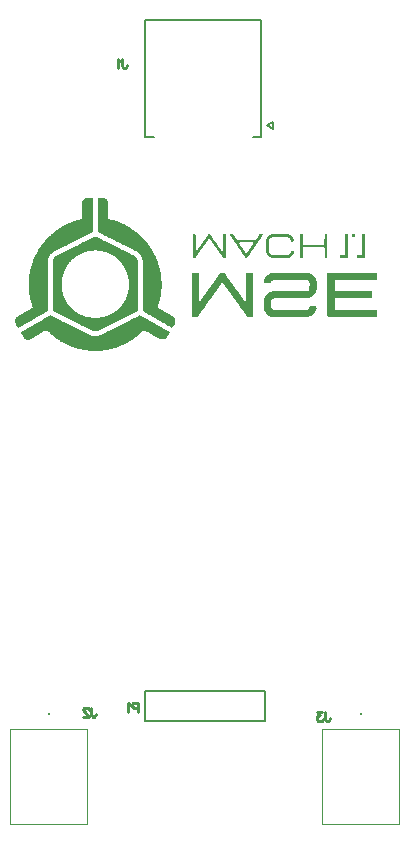
<source format=gbo>
G04*
G04 #@! TF.GenerationSoftware,Altium Limited,Altium Designer,23.0.1 (38)*
G04*
G04 Layer_Color=32896*
%FSLAX44Y44*%
%MOMM*%
G71*
G04*
G04 #@! TF.SameCoordinates,4F8D76B3-19B9-4F14-BD17-49225F6037FE*
G04*
G04*
G04 #@! TF.FilePolarity,Positive*
G04*
G01*
G75*
%ADD12C,0.2000*%
%ADD13C,0.2540*%
%ADD58C,0.1000*%
%ADD59C,0.1270*%
G36*
X224223Y596324D02*
X224331Y596216D01*
X224403Y595928D01*
X224331Y595641D01*
X224223Y595533D01*
X224079Y595461D01*
X223827Y595209D01*
X223755Y595065D01*
X223539Y594561D01*
X223251Y594273D01*
X222891Y593625D01*
X222603Y593338D01*
X222172Y592546D01*
X221884Y592258D01*
X221524Y591610D01*
X221236Y591323D01*
X220804Y590531D01*
X220516Y590243D01*
X220157Y589595D01*
X219869Y589308D01*
X219437Y588516D01*
X219329Y588408D01*
X219005Y588012D01*
X218717Y587508D01*
X218645Y587364D01*
X218429Y587149D01*
X218070Y586501D01*
X217782Y586213D01*
X217350Y585421D01*
X216990Y585061D01*
X216630Y584414D01*
X216558Y584270D01*
X216450Y584234D01*
X216342Y584054D01*
X215982Y583406D01*
X215623Y583046D01*
X215263Y582399D01*
X215191Y582255D01*
X215083Y582147D01*
X214759Y581751D01*
X214687Y581463D01*
X214327Y581103D01*
X213895Y580312D01*
X213608Y580024D01*
X213176Y579232D01*
X212960Y579088D01*
X212528Y578297D01*
X212240Y578009D01*
X211808Y577217D01*
X211377Y576785D01*
X211305Y576641D01*
X211017Y576353D01*
X210657Y576282D01*
X209973Y576390D01*
X209829Y576533D01*
X209685Y576605D01*
X209650Y576713D01*
X209541Y576749D01*
X209362Y577001D01*
X209290Y577145D01*
X208966Y577685D01*
X208822Y577757D01*
X208786Y577865D01*
X208606Y578045D01*
X208426Y578512D01*
X208282Y578656D01*
X208210Y578800D01*
X208102Y578836D01*
X207706Y579592D01*
X207347Y579952D01*
X206987Y580600D01*
X206915Y580743D01*
X206699Y580959D01*
X206339Y581607D01*
X205979Y581967D01*
X205619Y582615D01*
X205547Y582758D01*
X205331Y582974D01*
X204972Y583622D01*
X204684Y583910D01*
X204144Y584810D01*
X203784Y585241D01*
X203748Y585277D01*
X203532Y585781D01*
X203172Y586141D01*
X202885Y586645D01*
X202813Y586789D01*
X202597Y587005D01*
X202165Y587796D01*
X201733Y588228D01*
X201661Y588372D01*
X201517Y588732D01*
X201229Y589020D01*
X200798Y589811D01*
X200438Y590171D01*
X200114Y590783D01*
X199790Y591179D01*
X199430Y591826D01*
X199322Y591934D01*
X198998Y592330D01*
X198710Y592834D01*
X198639Y592978D01*
X198423Y593194D01*
X197991Y593985D01*
X197703Y594273D01*
X197343Y594921D01*
X197019Y595245D01*
X196695Y595641D01*
X196623Y596000D01*
X196695Y596216D01*
X197055Y596360D01*
X198459Y596324D01*
X198675Y596396D01*
X199250Y596324D01*
X199430Y596144D01*
X199646Y595784D01*
X199934Y595497D01*
X200366Y594705D01*
X200654Y594417D01*
X201014Y593769D01*
X201121Y593661D01*
X201445Y593266D01*
X201805Y592618D01*
X201877Y592474D01*
X201985Y592438D01*
X202417Y592006D01*
X202669Y591826D01*
X218249Y591862D01*
X218609Y592006D01*
X218933Y592402D01*
X219005Y592546D01*
X219293Y592834D01*
X219653Y593482D01*
X219941Y593769D01*
X220373Y594561D01*
X220660Y594849D01*
X221020Y595497D01*
X221236Y595713D01*
X221308Y595857D01*
X221560Y596108D01*
X222064Y596396D01*
X222999Y596324D01*
X223719Y596396D01*
X224223Y596324D01*
D02*
G37*
G36*
X192557D02*
X192917Y596180D01*
X193061Y595964D01*
X193025Y577361D01*
X193097Y577145D01*
X193025Y576641D01*
X192701Y576390D01*
X191622Y576317D01*
X191118Y576461D01*
X190794Y576785D01*
X190506Y577289D01*
X190362Y577433D01*
X190290Y577577D01*
X190182Y577613D01*
X190075Y577721D01*
X189715Y578369D01*
X189355Y578728D01*
X189067Y579232D01*
X188995Y579376D01*
X188707Y579664D01*
X188419Y580168D01*
X187987Y580600D01*
X187700Y581103D01*
X187628Y581247D01*
X187340Y581535D01*
X186980Y582183D01*
X186620Y582543D01*
X186332Y583046D01*
X185900Y583478D01*
X185613Y583982D01*
X185541Y584126D01*
X185253Y584414D01*
X184893Y585061D01*
X184533Y585421D01*
X184245Y585925D01*
X183885Y586285D01*
X183526Y586933D01*
X183166Y587292D01*
X182806Y587940D01*
X182518Y588156D01*
X182158Y588804D01*
X181978Y588984D01*
X181511Y589667D01*
X181439Y589811D01*
X181079Y590171D01*
X180791Y590675D01*
X180647Y590819D01*
X180575Y590963D01*
X180467Y590999D01*
X180359Y591179D01*
X180287Y591323D01*
X179999Y591754D01*
X179927Y591898D01*
X179783Y592042D01*
X179495Y592546D01*
X179172Y592798D01*
X178956Y592726D01*
X178848Y592618D01*
X178776Y592474D01*
X178632Y592330D01*
X178560Y592186D01*
X178344Y591970D01*
X178056Y591466D01*
X177912Y591323D01*
X177840Y591179D01*
X177624Y590963D01*
X177336Y590459D01*
X176977Y590099D01*
X176689Y589595D01*
X176545Y589451D01*
X176473Y589308D01*
X176329Y589235D01*
X175897Y588444D01*
X175681Y588228D01*
X175321Y587724D01*
X175249Y587580D01*
X174818Y587149D01*
X174530Y586645D01*
X174458Y586501D01*
X174170Y586213D01*
X173882Y585709D01*
X173810Y585565D01*
X173594Y585349D01*
X173234Y584846D01*
X173162Y584702D01*
X172803Y584342D01*
X172443Y583694D01*
X172083Y583334D01*
X172011Y583190D01*
X171687Y582651D01*
X171543Y582579D01*
X171363Y582327D01*
X171075Y581823D01*
X170788Y581535D01*
X170428Y580887D01*
X170068Y580528D01*
X169780Y580024D01*
X169348Y579592D01*
X169060Y579088D01*
X168988Y578944D01*
X168700Y578656D01*
X168341Y578009D01*
X167981Y577649D01*
X167693Y577145D01*
X166937Y576390D01*
X165786Y576317D01*
X165282Y576461D01*
X165174Y576569D01*
X165102Y582543D01*
Y582615D01*
Y595857D01*
X165174Y596144D01*
X165354Y596252D01*
X167441Y596324D01*
X167693Y596072D01*
X167765Y595641D01*
X167693Y595425D01*
X167729Y583946D01*
X167693Y582687D01*
X167765Y582183D01*
X168017Y582003D01*
X168269Y582111D01*
X168700Y582902D01*
X168772Y583046D01*
X168916Y583190D01*
X169204Y583694D01*
X169492Y583982D01*
X169852Y584486D01*
X169924Y584630D01*
X170140Y584846D01*
X170212Y584990D01*
X170356Y585133D01*
X170644Y585637D01*
X170716Y585781D01*
X170931Y585925D01*
X171219Y586429D01*
X171363Y586573D01*
X171435Y586717D01*
X171723Y587005D01*
X172011Y587508D01*
X172083Y587652D01*
X172371Y587940D01*
X172659Y588444D01*
X173090Y588876D01*
X173378Y589380D01*
X173450Y589523D01*
X173738Y589811D01*
X174098Y590459D01*
X174458Y590819D01*
X174746Y591323D01*
X175105Y591682D01*
X175465Y592330D01*
X175825Y592690D01*
X176185Y593338D01*
X176545Y593698D01*
X176833Y594201D01*
X177192Y594561D01*
X177552Y595209D01*
X177768Y595425D01*
X178128Y595928D01*
X178200Y596072D01*
X178380Y596252D01*
X179531Y596324D01*
X179927Y596144D01*
X180287Y595497D01*
X180647Y595137D01*
X181007Y594489D01*
X181367Y594129D01*
X181654Y593625D01*
X182014Y593266D01*
X182374Y592618D01*
X182626Y592366D01*
X183094Y591682D01*
X183166Y591539D01*
X183382Y591395D01*
X183741Y590747D01*
X184101Y590387D01*
X184389Y589883D01*
X184461Y589739D01*
X184821Y589380D01*
X185109Y588876D01*
X185469Y588516D01*
X185541Y588372D01*
X185900Y587796D01*
X185972Y587652D01*
X186188Y587436D01*
X186476Y586933D01*
X186800Y586609D01*
X187268Y585925D01*
X187340Y585781D01*
X187448Y585745D01*
X187484Y585637D01*
X187628Y585493D01*
X187915Y584990D01*
X187987Y584846D01*
X188203Y584630D01*
X188563Y584126D01*
X188635Y583982D01*
X188815Y583802D01*
X189139Y583406D01*
X189211Y583262D01*
X189715Y582543D01*
X189859Y582183D01*
X190039Y582003D01*
X190326Y581931D01*
X190434Y582039D01*
X190542Y582291D01*
X190506Y595857D01*
X190578Y596144D01*
X190686Y596252D01*
X190938Y596360D01*
X192557Y596324D01*
D02*
G37*
G36*
X215947Y563795D02*
X216054Y563687D01*
X216126Y563112D01*
X216054Y562608D01*
X216126Y562392D01*
X216091Y527884D01*
X216126Y527344D01*
X216054Y526624D01*
X215803Y526373D01*
X212060Y526301D01*
X211772Y526373D01*
X211557Y526445D01*
X211413Y526517D01*
X211233Y526768D01*
X211161Y526912D01*
X210801Y527272D01*
X210513Y527776D01*
X210153Y528136D01*
X209793Y528783D01*
X209685Y528891D01*
X209362Y529287D01*
X209074Y529791D01*
X208714Y530151D01*
X208426Y530655D01*
X208282Y530799D01*
X208210Y530942D01*
X208102Y530979D01*
X207994Y531158D01*
X207706Y531662D01*
X207634Y531806D01*
X207418Y532022D01*
X207059Y532526D01*
X206987Y532670D01*
X206627Y533030D01*
X206267Y533677D01*
X205907Y534037D01*
X205835Y534181D01*
X205511Y534721D01*
X205368Y534793D01*
X204972Y535405D01*
X204900Y535548D01*
X204540Y535908D01*
X204252Y536412D01*
X204180Y536556D01*
X203892Y536844D01*
X203604Y537348D01*
X203172Y537779D01*
X202885Y538283D01*
X202813Y538427D01*
X202525Y538715D01*
X202165Y539363D01*
X201805Y539723D01*
X201517Y540226D01*
X201157Y540586D01*
X200798Y541234D01*
X200438Y541594D01*
X200078Y542241D01*
X199718Y542601D01*
X199430Y543105D01*
X199142Y543393D01*
X198926Y543753D01*
X198639Y544184D01*
X198567Y544328D01*
X198459Y544364D01*
X198063Y544976D01*
X197991Y545120D01*
X197703Y545408D01*
X197415Y545912D01*
X197199Y546128D01*
X197127Y546271D01*
X196983Y546415D01*
X196695Y546919D01*
X196264Y547351D01*
X195976Y547855D01*
X195904Y547999D01*
X195544Y548358D01*
X195256Y548862D01*
X195184Y549006D01*
X194896Y549294D01*
X194608Y549798D01*
X194177Y550230D01*
X193889Y550733D01*
X193817Y550877D01*
X193529Y551165D01*
X193169Y551813D01*
X192809Y552173D01*
X192521Y552677D01*
X192162Y553036D01*
X191802Y553684D01*
X191442Y554044D01*
X191082Y554692D01*
X190974Y554799D01*
X190650Y555195D01*
X190578Y555339D01*
X190398Y555519D01*
X190003Y555483D01*
X189643Y554979D01*
X189571Y554836D01*
X189355Y554620D01*
X189283Y554476D01*
X188995Y554044D01*
X188923Y553900D01*
X188815Y553864D01*
X188707Y553684D01*
X188419Y553180D01*
X187987Y552748D01*
X187700Y552245D01*
X187520Y551993D01*
X187376Y551921D01*
X187268Y551741D01*
X186980Y551237D01*
X186908Y551093D01*
X186620Y550805D01*
X186332Y550302D01*
X185900Y549870D01*
X185613Y549366D01*
X185541Y549222D01*
X185253Y548934D01*
X184893Y548287D01*
X184533Y547927D01*
X184245Y547423D01*
X183813Y546991D01*
X183526Y546487D01*
X183454Y546343D01*
X183094Y545984D01*
X183022Y545840D01*
X182698Y545300D01*
X182554Y545228D01*
X182158Y544616D01*
X182086Y544472D01*
X181798Y544184D01*
X181439Y543537D01*
X181079Y543177D01*
X180791Y542673D01*
X180431Y542313D01*
X180071Y541666D01*
X179711Y541306D01*
X179424Y540802D01*
X179352Y540658D01*
X179136Y540442D01*
X178776Y539938D01*
X178704Y539794D01*
X178344Y539435D01*
X177984Y538787D01*
X177624Y538427D01*
X177336Y537923D01*
X177264Y537779D01*
X177049Y537564D01*
X176689Y537060D01*
X176617Y536916D01*
X176329Y536628D01*
X175969Y535980D01*
X175609Y535620D01*
X175321Y535117D01*
X175070Y534865D01*
X174602Y534181D01*
X174530Y534037D01*
X174242Y533749D01*
X173882Y533102D01*
X173522Y532742D01*
X173234Y532238D01*
X173054Y532058D01*
X172731Y531662D01*
X172443Y531158D01*
X172371Y531015D01*
X172083Y530727D01*
X171795Y530223D01*
X171435Y529863D01*
X171147Y529359D01*
X170859Y529071D01*
X170788Y528927D01*
X170644Y528783D01*
X170572Y528640D01*
X170248Y528100D01*
X170104Y528028D01*
X169708Y527416D01*
X169636Y527272D01*
X169276Y526912D01*
X169204Y526768D01*
X168808Y526373D01*
X164850Y526301D01*
X164562Y526373D01*
X164526Y526481D01*
X164382Y526624D01*
Y526697D01*
X164310Y563400D01*
X164382Y563687D01*
X164490Y563795D01*
X169672Y563867D01*
X170176Y563795D01*
X170428Y563543D01*
X170392Y562716D01*
X170428Y541953D01*
X170356Y539723D01*
X170536Y539255D01*
X170679Y539183D01*
X171003Y539291D01*
X171435Y540082D01*
X171543Y540190D01*
X172011Y540874D01*
X172083Y541018D01*
X172191Y541054D01*
X172299Y541162D01*
X172659Y541810D01*
X173018Y542169D01*
X173378Y542817D01*
X173738Y543177D01*
X174026Y543681D01*
X174206Y543861D01*
X174530Y544256D01*
X174818Y544760D01*
X174890Y544904D01*
X174998Y544940D01*
X175177Y545192D01*
X175465Y545696D01*
X175897Y546128D01*
X176185Y546631D01*
X176257Y546775D01*
X176545Y547063D01*
X176833Y547567D01*
X176905Y547711D01*
X177120Y547927D01*
X177480Y548430D01*
X177552Y548574D01*
X177912Y548934D01*
X178200Y549438D01*
X178272Y549582D01*
X178632Y549942D01*
X178920Y550446D01*
X178992Y550589D01*
X179208Y550805D01*
X179567Y551309D01*
X179639Y551453D01*
X179927Y551741D01*
X180287Y552389D01*
X180647Y552748D01*
X180935Y553252D01*
X181295Y553612D01*
X181654Y554260D01*
X182014Y554620D01*
X182374Y555267D01*
X182734Y555627D01*
X183022Y556131D01*
X183382Y556491D01*
X183741Y557138D01*
X183921Y557318D01*
X184389Y558002D01*
X184461Y558146D01*
X184713Y558398D01*
X185181Y559081D01*
X185253Y559225D01*
X185361Y559261D01*
X185541Y559513D01*
X185828Y560017D01*
X185900Y560161D01*
X186188Y560449D01*
X186476Y560953D01*
X186908Y561384D01*
X187196Y561888D01*
X187268Y562032D01*
X187556Y562320D01*
X187844Y562824D01*
X187987Y562968D01*
X188060Y563112D01*
X188167Y563148D01*
X188203Y563256D01*
X188347Y563400D01*
X188419Y563543D01*
X188671Y563795D01*
X191478Y563867D01*
X191766Y563795D01*
X192018Y563471D01*
X192090Y563327D01*
X192449Y562968D01*
X192737Y562464D01*
X192845Y562356D01*
X193169Y561960D01*
X193457Y561456D01*
X193529Y561312D01*
X193709Y561204D01*
X194213Y560413D01*
X194357Y560341D01*
X194536Y560089D01*
X194824Y559585D01*
X194896Y559441D01*
X195184Y559154D01*
X195472Y558650D01*
X195904Y558218D01*
X196192Y557714D01*
X196264Y557570D01*
X196552Y557282D01*
X196911Y556635D01*
X197271Y556275D01*
X197559Y555771D01*
X197919Y555411D01*
X198279Y554763D01*
X198639Y554404D01*
X198926Y553900D01*
X198998Y553756D01*
X199358Y553396D01*
X199646Y552892D01*
X199934Y552604D01*
X200294Y551957D01*
X200546Y551705D01*
X201014Y551021D01*
X201085Y550877D01*
X201301Y550661D01*
X201661Y550158D01*
X201733Y550014D01*
X202021Y549726D01*
X202381Y549078D01*
X202633Y548826D01*
X203100Y548143D01*
X203172Y547999D01*
X203532Y547639D01*
X203820Y547135D01*
X203892Y546991D01*
X204180Y546703D01*
X204468Y546199D01*
X204720Y545948D01*
X205187Y545264D01*
X205259Y545120D01*
X205547Y544832D01*
X205907Y544184D01*
X206123Y543969D01*
X206483Y543465D01*
X206555Y543321D01*
X206915Y542961D01*
X207275Y542313D01*
X207562Y542025D01*
X207922Y541378D01*
X208282Y541018D01*
X208642Y540514D01*
X208714Y540370D01*
X208858Y540226D01*
X209290Y539435D01*
X209613Y539183D01*
X209901Y539255D01*
X209973Y539399D01*
X210045Y539687D01*
X210009Y563400D01*
X210081Y563687D01*
X210261Y563795D01*
X215659Y563867D01*
X215947Y563795D01*
D02*
G37*
G36*
X88818Y627162D02*
X89105Y627090D01*
X90653Y626838D01*
X91156Y626622D01*
X91300Y626550D01*
X91588Y626262D01*
X92092Y625975D01*
X92416Y625579D01*
X92488Y625435D01*
X92848Y625075D01*
X93099Y624679D01*
X93207Y624283D01*
X93279Y623995D01*
X93423Y623636D01*
X93603Y623240D01*
X93711Y622556D01*
X93639Y622340D01*
X93675Y611077D01*
X93639Y609890D01*
X93783Y609530D01*
X93855Y609386D01*
X94035Y609206D01*
X94539Y608918D01*
X95978Y608774D01*
X96482Y608703D01*
X97130Y608415D01*
X97381Y608235D01*
X97669Y608163D01*
X98677Y608091D01*
X99145Y607983D01*
X99432Y607695D01*
X99577Y607623D01*
X99684Y607515D01*
X100224Y607407D01*
X100944Y607335D01*
X101304Y607191D01*
X101448Y607119D01*
X101592Y606975D01*
X101951Y606759D01*
X102383Y606688D01*
X102887Y606615D01*
X103247Y606472D01*
X103391Y606400D01*
X103607Y606184D01*
X103858Y606076D01*
X104146Y606004D01*
X104506Y605932D01*
X104902Y605824D01*
X105046Y605680D01*
X105694Y605320D01*
X105982Y605248D01*
X106485Y605104D01*
X106629Y604960D01*
X106773Y604888D01*
X106881Y604780D01*
X107349Y604600D01*
X107637Y604529D01*
X108176Y604133D01*
X108644Y603953D01*
X109004Y603809D01*
X109292Y603521D01*
X109652Y603305D01*
X110156Y603161D01*
X110587Y602729D01*
X110947Y602585D01*
X111451Y602441D01*
X111703Y602189D01*
X112099Y601866D01*
X112387Y601794D01*
X112746Y601434D01*
X113106Y601218D01*
X113610Y601074D01*
X113718Y600966D01*
X113790Y600822D01*
X113970Y600642D01*
X114618Y600282D01*
X114761Y600210D01*
X114977Y599995D01*
X115481Y599707D01*
X115841Y599347D01*
X116345Y599059D01*
X116489Y598915D01*
X117136Y598411D01*
X117280Y598339D01*
X117460Y598159D01*
X117532Y598016D01*
X117784Y597836D01*
X117928Y597764D01*
X118144Y597548D01*
X118792Y597044D01*
X118935Y596972D01*
X119295Y596612D01*
X119799Y596324D01*
X120051Y596000D01*
X120123Y595857D01*
X120231Y595748D01*
X120375Y595677D01*
X120771Y595281D01*
X120843Y595137D01*
X121166Y594957D01*
X121490Y594633D01*
X121562Y594489D01*
X121670Y594381D01*
X121814Y594309D01*
X122858Y593266D01*
X122930Y593122D01*
X123253Y592870D01*
X123577Y592474D01*
X123649Y592330D01*
X123757Y592222D01*
X124009Y592042D01*
X124081Y591898D01*
X124477Y591502D01*
X124621Y591431D01*
X124873Y591107D01*
X124945Y590963D01*
X125377Y590531D01*
X125736Y589883D01*
X126096Y589523D01*
X126312Y589164D01*
X126816Y588660D01*
X127032Y588300D01*
X127356Y587976D01*
X127500Y587904D01*
X127895Y587149D01*
X128183Y586861D01*
X128471Y586357D01*
X128831Y585997D01*
X129191Y585349D01*
X129263Y585205D01*
X129479Y584990D01*
X129910Y584198D01*
X129982Y584054D01*
X130198Y583838D01*
X130630Y583046D01*
X130954Y582723D01*
X131134Y582255D01*
X131278Y581895D01*
X131566Y581607D01*
X131782Y581247D01*
X131925Y580672D01*
X132105Y580492D01*
X132249Y580420D01*
X132429Y580168D01*
X132501Y579880D01*
X132573Y579376D01*
X132825Y579124D01*
X132969Y579052D01*
X133149Y578872D01*
X133221Y578081D01*
X133293Y577865D01*
X133365Y577721D01*
X133473Y577685D01*
X133653Y577505D01*
X133869Y577145D01*
X133940Y576857D01*
X134012Y576353D01*
X134372Y575850D01*
X134588Y575490D01*
X134660Y574842D01*
X134840Y574374D01*
X135128Y573943D01*
X135272Y573583D01*
X135380Y572899D01*
X135560Y572431D01*
X135920Y571856D01*
X136028Y571172D01*
X136100Y570884D01*
X136279Y570416D01*
X136495Y569841D01*
X136567Y569553D01*
X136675Y569013D01*
X136891Y568293D01*
X137071Y567826D01*
X137143Y567538D01*
X137287Y566746D01*
X137359Y566170D01*
X137431Y565810D01*
X137503Y565522D01*
X137575Y565091D01*
X137647Y564803D01*
X137863Y564227D01*
X137935Y563867D01*
X138043Y562536D01*
X138115Y561384D01*
X138223Y561061D01*
X138366Y560701D01*
X138474Y559945D01*
X138618Y559585D01*
X138690Y554836D01*
X138762Y554620D01*
X138690Y551813D01*
X138618Y548287D01*
X138294Y547531D01*
X138223Y547171D01*
X138079Y546020D01*
X137971Y544328D01*
X137899Y543825D01*
X137827Y543537D01*
X137719Y543141D01*
X137503Y542565D01*
X137323Y541450D01*
X137179Y540586D01*
X136783Y539327D01*
X136711Y539039D01*
X136603Y538571D01*
X136459Y537995D01*
X136100Y537204D01*
X136028Y536628D01*
X135884Y536052D01*
X135740Y535692D01*
X135380Y535117D01*
X135308Y534613D01*
X135380Y534325D01*
X135848Y534073D01*
X136279Y533785D01*
X136675Y533533D01*
X137143Y533353D01*
X137431Y533066D01*
X137791Y532850D01*
X138294Y532634D01*
X138439Y532490D01*
X139086Y532130D01*
X139446Y531986D01*
X139590Y531914D01*
X139806Y531698D01*
X140166Y531482D01*
X140669Y531338D01*
X140849Y531087D01*
X140921Y530942D01*
X141389Y530691D01*
X141893Y530619D01*
X142253Y530259D01*
X142505Y530079D01*
X142900Y529971D01*
X143188Y529899D01*
X143548Y529539D01*
X144052Y529251D01*
X144412Y529107D01*
X144556Y529035D01*
X144700Y528891D01*
X145203Y528604D01*
X145563Y528460D01*
X145779Y528244D01*
X146283Y527956D01*
X146787Y527740D01*
X146931Y527596D01*
X147902Y527056D01*
X148298Y526732D01*
X148442Y526660D01*
X148802Y526517D01*
X149053Y526265D01*
X149125Y526121D01*
X149377Y525869D01*
X149521Y525797D01*
X149701Y525545D01*
X149845Y525185D01*
X150349Y524465D01*
X150421Y523890D01*
X150493Y523674D01*
X150421Y521803D01*
X150277Y521299D01*
X150061Y521083D01*
X149881Y520831D01*
X149773Y520435D01*
X149234Y519680D01*
X149053Y519212D01*
X148910Y518852D01*
X148694Y518636D01*
X148478Y518276D01*
X148262Y517773D01*
X148082Y517593D01*
X147938Y517521D01*
X147794Y517377D01*
X147362Y517305D01*
X146571Y517665D01*
X146427Y517737D01*
X146319Y517845D01*
X146247Y517989D01*
X145887Y518204D01*
X145275Y518312D01*
X145023Y518564D01*
X144951Y518708D01*
X144592Y518924D01*
X144052Y519032D01*
X143692Y519392D01*
X143188Y519680D01*
X142828Y519824D01*
X142612Y520040D01*
X142577Y520076D01*
X142469Y520112D01*
X142325Y520256D01*
X142037Y520327D01*
X141677Y520471D01*
X141533Y520543D01*
X141209Y520867D01*
X140741Y521047D01*
X140382Y521191D01*
X140166Y521407D01*
X139914Y521587D01*
X139230Y521839D01*
X139122Y521947D01*
X138726Y522271D01*
X138582Y522342D01*
X138079Y522558D01*
X137935Y522630D01*
X137791Y522774D01*
X137539Y522954D01*
X136855Y523206D01*
X136387Y523674D01*
X135992Y523782D01*
X135632Y523926D01*
X135524Y524034D01*
X135128Y524358D01*
X134768Y524501D01*
X134372Y524681D01*
X133976Y525005D01*
X133257Y525293D01*
X133113Y525365D01*
X132789Y525689D01*
X132429Y525833D01*
X132033Y525941D01*
X131782Y526193D01*
X131710Y526337D01*
X131602Y526373D01*
X131494Y526481D01*
X131206Y526553D01*
X130810Y526660D01*
X130630Y526840D01*
X130234Y527164D01*
X129515Y527452D01*
X129371Y527524D01*
X129227Y527668D01*
X128723Y527956D01*
X128363Y528100D01*
X128183Y528280D01*
X127607Y528640D01*
X127212Y528748D01*
X126996Y528964D01*
X126348Y529323D01*
X125988Y529467D01*
X125772Y529683D01*
X125520Y529863D01*
X125053Y530043D01*
X124693Y530187D01*
X124405Y530475D01*
X123685Y530763D01*
X123541Y530835D01*
X123433Y530942D01*
X123362Y531087D01*
X122930Y531518D01*
X122858Y572899D01*
X122714Y574123D01*
X122786Y574338D01*
X122714Y574914D01*
X122390Y575670D01*
X122210Y576426D01*
X122138Y576929D01*
X121886Y577397D01*
X121562Y577793D01*
X121490Y578081D01*
X121346Y578441D01*
X121059Y578728D01*
X120986Y578872D01*
X120879Y578980D01*
X120771Y579376D01*
X120627Y579520D01*
X120231Y579844D01*
X120087Y579916D01*
X119979Y580024D01*
X119907Y580168D01*
X119655Y580348D01*
X119511Y580420D01*
X118935Y580995D01*
X118792Y581067D01*
X118432Y581211D01*
X117928Y581571D01*
X117568Y581787D01*
X117064Y582003D01*
X116920Y582147D01*
X116417Y582435D01*
X116129Y582507D01*
X115625Y582723D01*
X115481Y582867D01*
X114977Y583154D01*
X114690Y583226D01*
X114330Y583370D01*
X114186Y583442D01*
X113898Y583730D01*
X113646Y583838D01*
X113178Y583946D01*
X112890Y584018D01*
X112458Y584450D01*
X112207Y584558D01*
X111739Y584666D01*
X111379Y584810D01*
X110983Y585205D01*
X110587Y585313D01*
X110084Y585457D01*
X109940Y585601D01*
X109436Y585961D01*
X109004Y586033D01*
X108644Y586177D01*
X108320Y586501D01*
X107421Y586825D01*
X107277Y586969D01*
X107133Y587041D01*
X107025Y587149D01*
X106125Y587472D01*
X106018Y587580D01*
X105586Y587868D01*
X105226Y588012D01*
X104830Y588120D01*
X104686Y588264D01*
X104542Y588336D01*
X104362Y588516D01*
X103895Y588696D01*
X103391Y588840D01*
X102779Y589308D01*
X102383Y589416D01*
X102095Y589487D01*
X101771Y589667D01*
X101340Y590027D01*
X100944Y590135D01*
X100440Y590279D01*
X100260Y590459D01*
X99864Y590783D01*
X99432Y590855D01*
X99073Y590999D01*
X98929Y591071D01*
X98893Y591179D01*
X98461Y591466D01*
X97993Y591575D01*
X97633Y591718D01*
X97417Y591934D01*
X97166Y592114D01*
X96770Y592222D01*
X96266Y592438D01*
X96014Y592690D01*
X95546Y592870D01*
X95043Y593086D01*
X94899Y593158D01*
X94719Y593338D01*
X94251Y593518D01*
X93747Y593733D01*
X93603Y593805D01*
X93387Y594021D01*
X93135Y594129D01*
X92740Y594237D01*
X92344Y594417D01*
X91948Y594741D01*
X91588Y594885D01*
X91084Y595029D01*
X90365Y595533D01*
X89789Y595677D01*
X89429Y595821D01*
X89069Y596180D01*
X88818Y596288D01*
X88422Y596396D01*
X88062Y596540D01*
X87918Y596612D01*
X87882Y596720D01*
X87774Y596756D01*
X87630Y596900D01*
X87270Y597044D01*
X86658Y597224D01*
X86227Y597584D01*
X85327Y597907D01*
X85147Y598087D01*
X84895Y598483D01*
X84823Y598771D01*
X84859Y625651D01*
X84787Y625867D01*
X84859Y626442D01*
X84931Y626946D01*
X85183Y627198D01*
X88818Y627162D01*
D02*
G37*
G36*
X80217Y627054D02*
X80541Y626658D01*
X80613Y599023D01*
X80541Y598519D01*
X80182Y598159D01*
X79786Y597836D01*
X79498Y597764D01*
X78994Y597548D01*
X78850Y597476D01*
X78598Y597224D01*
X78130Y597044D01*
X77555Y596900D01*
X77375Y596720D01*
X77303Y596576D01*
X77051Y596396D01*
X76547Y596324D01*
X76079Y596144D01*
X76007Y596000D01*
X75719Y595713D01*
X75324Y595605D01*
X74820Y595533D01*
X74316Y595029D01*
X73668Y594885D01*
X73381Y594813D01*
X73093Y594525D01*
X72841Y594345D01*
X72445Y594237D01*
X71977Y594057D01*
X71581Y593733D01*
X71006Y593518D01*
X70646Y593374D01*
X70502Y593230D01*
X70358Y593158D01*
X70250Y593050D01*
X69782Y592870D01*
X69278Y592654D01*
X69135Y592582D01*
X68955Y592402D01*
X68595Y592258D01*
X68199Y592150D01*
X67767Y591862D01*
X67371Y591610D01*
X66976Y591502D01*
X66472Y591287D01*
X66256Y591071D01*
X66004Y590891D01*
X65464Y590783D01*
X65068Y590603D01*
X64889Y590351D01*
X64745Y590279D01*
X64601Y590135D01*
X64025Y590063D01*
X63665Y589919D01*
X63629Y589811D01*
X63305Y589487D01*
X62874Y589416D01*
X62586Y589343D01*
X62370Y589272D01*
X62226Y589200D01*
X62190Y589092D01*
X62082Y588984D01*
X61830Y588804D01*
X61434Y588696D01*
X60930Y588552D01*
X60571Y588192D01*
X60319Y588084D01*
X59923Y587976D01*
X59527Y587796D01*
X59131Y587472D01*
X58987Y587400D01*
X58484Y587257D01*
X57692Y586753D01*
X57404Y586681D01*
X57044Y586537D01*
X56540Y586177D01*
X55965Y585961D01*
X55605Y585817D01*
X55461Y585673D01*
X55317Y585601D01*
X55209Y585493D01*
X54525Y585241D01*
X54237Y585169D01*
X54130Y585061D01*
X53734Y584738D01*
X53482Y584630D01*
X52870Y584522D01*
X52294Y583946D01*
X51791Y583874D01*
X51287Y583730D01*
X51107Y583550D01*
X51035Y583406D01*
X50927Y583370D01*
X50783Y583226D01*
X50279Y583154D01*
X49920Y583010D01*
X49704Y582794D01*
X49200Y582507D01*
X48624Y582363D01*
X48408Y582147D01*
X48264Y582075D01*
X48156Y581967D01*
X47688Y581787D01*
X47329Y581643D01*
X47113Y581427D01*
X46465Y581067D01*
X46213Y580815D01*
X45817Y580492D01*
X45673Y580420D01*
X44846Y579592D01*
X44774Y579448D01*
X44522Y579196D01*
X44270Y579016D01*
X44054Y578656D01*
X43910Y578297D01*
X43514Y577757D01*
X43334Y577289D01*
X43263Y577001D01*
X42867Y576030D01*
X42795Y575742D01*
X42723Y575382D01*
X42651Y574590D01*
X42579Y573583D01*
X42507Y532778D01*
X42543Y531734D01*
X42039Y531230D01*
X41967Y531087D01*
X41679Y530799D01*
X41391Y530727D01*
X40924Y530619D01*
X40384Y530079D01*
X39844Y529971D01*
X39556Y529899D01*
X39448Y529791D01*
X39376Y529647D01*
X39232Y529503D01*
X39196Y529467D01*
X39125Y529395D01*
X38765Y529251D01*
X38261Y529107D01*
X38045Y528891D01*
X37253Y528460D01*
X37109Y528388D01*
X36965Y528244D01*
X36462Y527956D01*
X35958Y527740D01*
X35634Y527416D01*
X35166Y527236D01*
X34806Y527092D01*
X34662Y527020D01*
X34519Y526876D01*
X34267Y526697D01*
X33799Y526517D01*
X33619Y526337D01*
X33223Y526013D01*
X32576Y525869D01*
X32144Y525437D01*
X31784Y525221D01*
X31208Y525077D01*
X30848Y524717D01*
X30489Y524501D01*
X29913Y524358D01*
X29625Y524070D01*
X29373Y523890D01*
X28905Y523710D01*
X28617Y523638D01*
X28114Y523134D01*
X27826Y523062D01*
X27322Y522846D01*
X27178Y522702D01*
X26674Y522415D01*
X26314Y522271D01*
X26098Y522055D01*
X25955Y521983D01*
X25847Y521875D01*
X25379Y521695D01*
X25019Y521551D01*
X24803Y521335D01*
X24011Y520903D01*
X23867Y520831D01*
X23616Y520579D01*
X22716Y520256D01*
X22536Y520076D01*
X22464Y519932D01*
X22284Y519824D01*
X22032Y519716D01*
X21565Y519608D01*
X21313Y519356D01*
X21241Y519212D01*
X21061Y519032D01*
X20629Y518960D01*
X20125Y518816D01*
X20017Y518708D01*
X19945Y518564D01*
X19765Y518384D01*
X19514Y518276D01*
X18974Y518168D01*
X18722Y517917D01*
X18326Y517593D01*
X18182Y517521D01*
X18038Y517377D01*
X17894Y517305D01*
X17750Y517161D01*
X17535Y517089D01*
X17247Y517161D01*
X16995Y517701D01*
X16779Y517917D01*
X16707Y518060D01*
X16599Y518168D01*
X16347Y518852D01*
X16167Y519032D01*
X15843Y519428D01*
X15699Y520076D01*
X15519Y520256D01*
X15160Y520687D01*
X15052Y521083D01*
X14908Y521659D01*
X14620Y522091D01*
X14476Y522450D01*
X14404Y522666D01*
X14440Y522918D01*
X14512Y523278D01*
X14584Y524214D01*
X14944Y524646D01*
X15124Y525113D01*
X15196Y525401D01*
X15447Y525653D01*
X15771Y526049D01*
X15843Y526193D01*
X15951Y526301D01*
X16743Y526732D01*
X16959Y526948D01*
X17606Y527308D01*
X17966Y527452D01*
X18182Y527668D01*
X18686Y527956D01*
X19046Y528100D01*
X19262Y528316D01*
X19406Y528388D01*
X19514Y528496D01*
X19981Y528676D01*
X20341Y528820D01*
X20557Y529035D01*
X21061Y529323D01*
X21421Y529467D01*
X21529Y529575D01*
X21924Y529899D01*
X22212Y529971D01*
X22572Y530115D01*
X22860Y530403D01*
X23112Y530583D01*
X23508Y530691D01*
X23796Y530763D01*
X24048Y531015D01*
X24119Y531158D01*
X24299Y531338D01*
X24659Y531410D01*
X25163Y531554D01*
X25271Y531662D01*
X25343Y531806D01*
X25451Y531914D01*
X25811Y532130D01*
X26098Y532202D01*
X26314Y532274D01*
X26458Y532346D01*
X26566Y532454D01*
X26962Y532778D01*
X27250Y532850D01*
X27754Y533209D01*
X28114Y533425D01*
X28473Y533569D01*
X28905Y533857D01*
X29517Y534253D01*
X29733Y534613D01*
X29661Y534901D01*
X29373Y535836D01*
X29085Y536340D01*
X28941Y536988D01*
X28869Y537491D01*
X28797Y537779D01*
X28401Y538679D01*
X28293Y539075D01*
X28221Y539363D01*
X28149Y540298D01*
X27646Y541378D01*
X27574Y541594D01*
X27502Y543177D01*
X27430Y543896D01*
X27142Y544544D01*
X26962Y545012D01*
X26890Y545300D01*
X26818Y547171D01*
X26746Y548610D01*
X26602Y549186D01*
X26638Y550230D01*
X26566Y550518D01*
X26278Y550949D01*
X26207Y556635D01*
X26566Y557570D01*
X26638Y557786D01*
X26566Y558290D01*
X26638Y558794D01*
X26782Y559154D01*
X26854Y562392D01*
X26926Y562896D01*
X27106Y563363D01*
X27250Y563723D01*
X27394Y564299D01*
X27502Y564983D01*
X27574Y566566D01*
X27718Y566926D01*
X27970Y567394D01*
X28114Y567753D01*
X28186Y568113D01*
X28293Y569229D01*
X28617Y569769D01*
X28761Y570128D01*
X28833Y570416D01*
X28905Y570776D01*
X29013Y571532D01*
X29481Y572431D01*
X29589Y572899D01*
X29661Y573187D01*
X29805Y573547D01*
X29877Y573691D01*
X29985Y573799D01*
X30129Y574159D01*
X30237Y574770D01*
X30884Y576138D01*
X30956Y576426D01*
X31100Y576929D01*
X31316Y577145D01*
X31496Y577397D01*
X31604Y578009D01*
X31748Y578369D01*
X32180Y578800D01*
X32324Y579448D01*
X32468Y579808D01*
X32576Y579916D01*
X32719Y579988D01*
X32899Y580240D01*
X32971Y580528D01*
X33115Y581031D01*
X33547Y581463D01*
X33691Y581823D01*
X33835Y582327D01*
X34267Y582758D01*
X34375Y583010D01*
X34483Y583478D01*
X35022Y584018D01*
X35202Y584486D01*
X35490Y584774D01*
X35922Y585565D01*
X36138Y585781D01*
X36498Y586429D01*
X36642Y586573D01*
X36714Y586717D01*
X36821Y586753D01*
X36930Y586861D01*
X37289Y587508D01*
X37577Y587796D01*
X37937Y588444D01*
X38009Y588588D01*
X38117Y588624D01*
X38441Y588948D01*
X38513Y589092D01*
X38837Y589416D01*
X38981Y589487D01*
X39088Y589595D01*
X39376Y590099D01*
X39736Y590459D01*
X40024Y590963D01*
X40096Y591107D01*
X40348Y591359D01*
X40492Y591431D01*
X40600Y591539D01*
X40672Y591682D01*
X41068Y592078D01*
X41212Y592150D01*
X41319Y592258D01*
X41391Y592402D01*
X41643Y592654D01*
X41967Y593050D01*
X42039Y593194D01*
X42759Y593913D01*
X42831Y594057D01*
X42939Y594093D01*
X43407Y594561D01*
X43478Y594705D01*
X43946Y595029D01*
X44090Y595101D01*
X44774Y595784D01*
X44846Y595928D01*
X45026Y596108D01*
X45673Y596468D01*
X46033Y596828D01*
X46393Y597044D01*
X47041Y597692D01*
X47185Y597764D01*
X47688Y598267D01*
X48048Y598483D01*
X48336Y598771D01*
X48840Y599131D01*
X48984Y599203D01*
X49272Y599491D01*
X50063Y599923D01*
X50171Y600031D01*
X50243Y600174D01*
X50351Y600282D01*
X50999Y600642D01*
X51107Y600750D01*
X51179Y600894D01*
X51395Y601038D01*
X51791Y601146D01*
X52078Y601218D01*
X52258Y601398D01*
X52438Y601650D01*
X52942Y601938D01*
X53302Y602082D01*
X53518Y602298D01*
X54022Y602585D01*
X54381Y602729D01*
X54597Y602945D01*
X54849Y603125D01*
X55533Y603377D01*
X55821Y603665D01*
X56325Y603953D01*
X56972Y604241D01*
X57368Y604492D01*
X57836Y604672D01*
X58196Y604816D01*
X58771Y605176D01*
X59059Y605248D01*
X59995Y605680D01*
X60247Y605860D01*
X61002Y606040D01*
X61362Y606184D01*
X61506Y606256D01*
X61686Y606436D01*
X62046Y606580D01*
X63089Y606759D01*
X63521Y607047D01*
X63917Y607299D01*
X64673Y607407D01*
X64960Y607479D01*
X65464Y607695D01*
X66112Y608055D01*
X67263Y608127D01*
X67767Y608343D01*
X68415Y608703D01*
X68631Y608774D01*
X69782Y608847D01*
X70286Y608918D01*
X70790Y609062D01*
X71438Y609350D01*
X71617Y609530D01*
X71689Y623492D01*
X71761Y624427D01*
X72481Y625435D01*
X72553Y625579D01*
X72733Y625759D01*
X73237Y626119D01*
X73381Y626190D01*
X73740Y626550D01*
X74244Y626838D01*
X75396Y626910D01*
X75899Y627126D01*
X79642Y627198D01*
X80217Y627054D01*
D02*
G37*
G36*
X83384Y594309D02*
X84104Y594093D01*
X84248Y593949D01*
X84895Y593590D01*
X85543Y593302D01*
X86191Y592942D01*
X86838Y592654D01*
X86982Y592582D01*
X87162Y592402D01*
X87522Y592258D01*
X87918Y592150D01*
X88242Y591970D01*
X88673Y591610D01*
X89141Y591502D01*
X89429Y591431D01*
X89861Y590999D01*
X90113Y590891D01*
X90796Y590783D01*
X91048Y590531D01*
X91120Y590387D01*
X91372Y590207D01*
X91804Y590135D01*
X92308Y589991D01*
X92416Y589883D01*
X92488Y589739D01*
X92812Y589487D01*
X93387Y589416D01*
X93747Y589272D01*
X93891Y589056D01*
X94287Y588804D01*
X94755Y588696D01*
X95043Y588624D01*
X95366Y588300D01*
X95798Y588084D01*
X96266Y587976D01*
X96698Y587688D01*
X97202Y587400D01*
X97993Y587041D01*
X98245Y586861D01*
X98713Y586681D01*
X99073Y586537D01*
X99577Y586177D01*
X100044Y585997D01*
X100440Y585889D01*
X100728Y585601D01*
X100872Y585529D01*
X101016Y585385D01*
X101520Y585313D01*
X101879Y585169D01*
X102023Y585098D01*
X102059Y584990D01*
X102383Y584666D01*
X102959Y584594D01*
X103247Y584522D01*
X103427Y584342D01*
X103499Y584198D01*
X103822Y583946D01*
X104398Y583874D01*
X104686Y583802D01*
X105190Y583298D01*
X105550Y583226D01*
X106053Y583082D01*
X106161Y582974D01*
X106593Y582615D01*
X107061Y582507D01*
X107421Y582363D01*
X107565Y582291D01*
X107709Y582147D01*
X108212Y581859D01*
X108500Y581787D01*
X108860Y581643D01*
X109004Y581499D01*
X109256Y581319D01*
X110156Y580995D01*
X110300Y580851D01*
X110443Y580779D01*
X110551Y580672D01*
X111235Y580420D01*
X111595Y580276D01*
X111703Y580168D01*
X112099Y579844D01*
X112530Y579772D01*
X112890Y579628D01*
X113178Y579340D01*
X113430Y579160D01*
X114042Y579052D01*
X114330Y578980D01*
X114438Y578872D01*
X114509Y578728D01*
X114761Y578476D01*
X115337Y578333D01*
X115661Y578225D01*
X115841Y577973D01*
X116489Y577613D01*
X116741Y577361D01*
X116812Y577217D01*
X116920Y577181D01*
X117388Y576713D01*
X117460Y576569D01*
X117748Y576282D01*
X118036Y575778D01*
X118252Y575274D01*
X118540Y574770D01*
X118612Y544112D01*
Y544040D01*
Y533102D01*
X118684Y531950D01*
X118612Y531662D01*
X118504Y531554D01*
X118144Y531338D01*
X117892Y531087D01*
X117820Y530942D01*
X117712Y530907D01*
X117604Y530799D01*
X116777Y530619D01*
X116489Y530331D01*
X115985Y530043D01*
X115697Y529971D01*
X115193Y529827D01*
X114977Y529611D01*
X114581Y529359D01*
X114186Y529251D01*
X113826Y529107D01*
X113682Y528964D01*
X113538Y528891D01*
X113430Y528783D01*
X113070Y528640D01*
X112674Y528532D01*
X112243Y528244D01*
X111739Y527956D01*
X111379Y527884D01*
X110947Y527596D01*
X110551Y527344D01*
X110156Y527236D01*
X109796Y527092D01*
X109580Y526876D01*
X109328Y526697D01*
X108572Y526517D01*
X108033Y525977D01*
X107421Y525869D01*
X107133Y525797D01*
X106881Y525545D01*
X106809Y525401D01*
X106701Y525365D01*
X106593Y525257D01*
X105910Y525149D01*
X105586Y524969D01*
X105514Y524825D01*
X105190Y524574D01*
X104830Y524501D01*
X104542Y524430D01*
X104326Y524358D01*
X104182Y524286D01*
X103966Y524070D01*
X103715Y523890D01*
X103319Y523782D01*
X102851Y523602D01*
X102455Y523278D01*
X102311Y523206D01*
X101951Y523062D01*
X101304Y522774D01*
X100908Y522522D01*
X100224Y522271D01*
X99720Y521911D01*
X99145Y521695D01*
X98785Y521551D01*
X98677Y521443D01*
X98245Y521155D01*
X97849Y521047D01*
X97489Y520903D01*
X97346Y520831D01*
X96986Y520471D01*
X96122Y520256D01*
X95618Y519752D01*
X95259Y519680D01*
X94755Y519608D01*
X94503Y519356D01*
X94431Y519212D01*
X94251Y519032D01*
X93819Y518960D01*
X93315Y518888D01*
X93063Y518636D01*
X92668Y518312D01*
X92236Y518240D01*
X91876Y518097D01*
X91732Y518024D01*
X91588Y517881D01*
X91336Y517701D01*
X90869Y517521D01*
X90365Y517305D01*
X89861Y516945D01*
X89573Y516873D01*
X89213Y516729D01*
X88853Y516513D01*
X88350Y516225D01*
X87702Y515938D01*
X87558Y515866D01*
X87414Y515722D01*
X86838Y515506D01*
X86371Y515326D01*
X85975Y515002D01*
X85723Y514894D01*
X85039Y514786D01*
X84535Y514570D01*
X84391Y514498D01*
X84284Y514390D01*
X83924Y514246D01*
X82053Y514174D01*
X81369Y514210D01*
X80901Y514390D01*
X80469Y514678D01*
X79894Y514822D01*
X79426Y514930D01*
X78994Y515218D01*
X78490Y515506D01*
X78202Y515578D01*
X77842Y515722D01*
X77735Y515830D01*
X77303Y516117D01*
X76907Y516225D01*
X76547Y516369D01*
X76403Y516513D01*
X75756Y516873D01*
X75252Y517017D01*
X74928Y517341D01*
X74460Y517521D01*
X73956Y517665D01*
X73561Y518060D01*
X73093Y518240D01*
X72589Y518312D01*
X72085Y518816D01*
X71725Y518888D01*
X71150Y519032D01*
X70646Y519536D01*
X69998Y519680D01*
X69782Y519752D01*
X69638Y519824D01*
X69422Y520040D01*
X68919Y520327D01*
X68631Y520399D01*
X68271Y520543D01*
X68127Y520615D01*
X67875Y520867D01*
X67407Y521047D01*
X66760Y521335D01*
X66364Y521587D01*
X65896Y521767D01*
X65500Y521947D01*
X64925Y522307D01*
X64241Y522558D01*
X64097Y522702D01*
X63449Y523062D01*
X63161Y523134D01*
X62945Y523206D01*
X62801Y523278D01*
X62586Y523494D01*
X62334Y523674D01*
X61578Y523854D01*
X61074Y524358D01*
X60715Y524430D01*
X60139Y524574D01*
X59959Y524753D01*
X59563Y525077D01*
X59203Y525149D01*
X58699Y525293D01*
X58232Y525761D01*
X57764Y525869D01*
X57260Y526013D01*
X56900Y526373D01*
X55893Y526732D01*
X55749Y526876D01*
X55353Y527128D01*
X54669Y527380D01*
X54309Y527596D01*
X54057Y527776D01*
X53590Y527956D01*
X53086Y528172D01*
X52870Y528388D01*
X52618Y528496D01*
X52150Y528676D01*
X51863Y528748D01*
X51647Y528964D01*
X51251Y529215D01*
X50783Y529323D01*
X50423Y529467D01*
X50315Y529575D01*
X50243Y529719D01*
X49991Y529899D01*
X49632Y529971D01*
X49344Y530043D01*
X49020Y530151D01*
X48840Y530403D01*
X48588Y530583D01*
X48048Y530691D01*
X47761Y530763D01*
X47257Y531266D01*
X47113Y531338D01*
X46861Y531590D01*
X46789Y573259D01*
X46861Y574842D01*
X46933Y575346D01*
X47077Y575706D01*
X47221Y575850D01*
X47653Y576641D01*
X47904Y576893D01*
X48048Y576965D01*
X48300Y577289D01*
X48372Y577433D01*
X48732Y577649D01*
X49200Y577757D01*
X49452Y578009D01*
X49524Y578153D01*
X49883Y578369D01*
X50351Y578476D01*
X50675Y578585D01*
X50855Y578836D01*
X50999Y578908D01*
X51107Y579016D01*
X51503Y579124D01*
X52007Y579196D01*
X52366Y579556D01*
X52618Y579736D01*
X53086Y579844D01*
X53446Y579988D01*
X53662Y580204D01*
X53806Y580276D01*
X53914Y580384D01*
X54309Y580492D01*
X54813Y580708D01*
X54957Y580851D01*
X55101Y580923D01*
X55209Y581031D01*
X55605Y581139D01*
X55965Y581283D01*
X56468Y581643D01*
X57044Y581859D01*
X57404Y582003D01*
X57548Y582147D01*
X57944Y582399D01*
X58340Y582507D01*
X58699Y582651D01*
X58843Y582723D01*
X58987Y582867D01*
X59383Y583118D01*
X59779Y583226D01*
X60139Y583370D01*
X60283Y583442D01*
X60391Y583550D01*
X60786Y583874D01*
X61362Y583946D01*
X61722Y584090D01*
X61830Y584270D01*
X62226Y584594D01*
X62730Y584666D01*
X63017Y584738D01*
X63521Y585241D01*
X64169Y585385D01*
X64565Y585565D01*
X64637Y585709D01*
X64745Y585745D01*
X64889Y585889D01*
X65140Y585997D01*
X65608Y586105D01*
X66040Y586393D01*
X66436Y586645D01*
X66904Y586753D01*
X67623Y587257D01*
X67911Y587328D01*
X68271Y587472D01*
X68775Y587832D01*
X69351Y588048D01*
X69710Y588192D01*
X69854Y588264D01*
X70106Y588516D01*
X70574Y588696D01*
X71078Y588840D01*
X71222Y588984D01*
X71725Y589343D01*
X72301Y589487D01*
X72517Y589559D01*
X72661Y589631D01*
X72985Y589955D01*
X73453Y590135D01*
X74028Y590279D01*
X74208Y590459D01*
X74604Y590783D01*
X75468Y590999D01*
X75863Y591395D01*
X76331Y591575D01*
X76835Y591718D01*
X77159Y592042D01*
X78058Y592366D01*
X78562Y592726D01*
X78922Y592870D01*
X79390Y593050D01*
X80073Y593518D01*
X80505Y593590D01*
X80937Y593877D01*
X81189Y594057D01*
X81657Y594237D01*
X82017Y594381D01*
X82233Y594597D01*
X82592Y594669D01*
X83384Y594309D01*
D02*
G37*
G36*
X121166Y527452D02*
X121526Y527308D01*
X122030Y527092D01*
X122174Y526948D01*
X122210Y526912D01*
X122246Y526876D01*
X122750Y526589D01*
X123253Y526373D01*
X123577Y526049D01*
X123937Y525905D01*
X124333Y525797D01*
X124477Y525653D01*
X124621Y525581D01*
X124873Y525329D01*
X125556Y525077D01*
X125844Y524789D01*
X126096Y524609D01*
X126492Y524501D01*
X126888Y524322D01*
X126960Y524178D01*
X127248Y523890D01*
X128003Y523710D01*
X128183Y523530D01*
X128579Y523206D01*
X129299Y522918D01*
X129407Y522810D01*
X129838Y522522D01*
X130306Y522342D01*
X130810Y521983D01*
X131170Y521767D01*
X131674Y521551D01*
X131997Y521227D01*
X132465Y521047D01*
X132825Y520903D01*
X132969Y520831D01*
X133185Y520615D01*
X133545Y520399D01*
X133905Y520256D01*
X134049Y520112D01*
X134192Y520040D01*
X134228Y519932D01*
X134624Y519752D01*
X135128Y519608D01*
X135236Y519500D01*
X135416Y519248D01*
X135668Y519068D01*
X136423Y518888D01*
X136891Y518420D01*
X137251Y518276D01*
X137719Y518168D01*
X137899Y517989D01*
X137971Y517845D01*
X138115Y517701D01*
X138474Y517557D01*
X138942Y517449D01*
X139230Y517161D01*
X140022Y516729D01*
X140166Y516657D01*
X140310Y516513D01*
X140562Y516333D01*
X141245Y516081D01*
X141389Y515938D01*
X141893Y515578D01*
X142181Y515506D01*
X142900Y515002D01*
X143476Y514786D01*
X143764Y514498D01*
X144268Y514210D01*
X144771Y514066D01*
X145131Y513707D01*
X145275Y513635D01*
X145527Y513383D01*
X145599Y512951D01*
X145203Y512627D01*
X145059Y512555D01*
X144951Y512375D01*
X144880Y511943D01*
X144735Y511584D01*
X144628Y511548D01*
X144412Y511332D01*
X144232Y510864D01*
X144088Y510504D01*
X143944Y510360D01*
X143872Y510216D01*
X143656Y510000D01*
X143584Y509712D01*
X143260Y509173D01*
X142936Y508777D01*
X142864Y508633D01*
X142577Y508345D01*
X142181Y508021D01*
X142037Y507949D01*
X141677Y507805D01*
X141173Y507301D01*
X137935Y507229D01*
X137539Y507409D01*
X137359Y507661D01*
X137215Y507733D01*
X137107Y507841D01*
X136711Y507949D01*
X136351Y508093D01*
X135956Y508489D01*
X135272Y508741D01*
X135092Y508921D01*
X134516Y509281D01*
X134121Y509389D01*
X133905Y509604D01*
X133113Y510036D01*
X132789Y510216D01*
X132393Y510540D01*
X131818Y510756D01*
X131674Y510900D01*
X131170Y511260D01*
X130882Y511332D01*
X130522Y511476D01*
X130342Y511656D01*
X130270Y511799D01*
X130126Y511871D01*
X129658Y512051D01*
X129371Y512123D01*
X128831Y512663D01*
X128435Y512771D01*
X128075Y512915D01*
X127931Y512987D01*
X127859Y513131D01*
X127356Y513419D01*
X126852Y513635D01*
X126708Y513707D01*
X126456Y513958D01*
X125772Y514210D01*
X125413Y514570D01*
X125161Y514750D01*
X124765Y514858D01*
X124441Y515038D01*
X124369Y515182D01*
X124189Y515362D01*
X123829Y515434D01*
X123541Y515362D01*
X122786Y514606D01*
X122714Y514462D01*
X122534Y514282D01*
X122390Y514210D01*
X122210Y514030D01*
X122138Y513886D01*
X121814Y513563D01*
X121562Y513383D01*
X121490Y513239D01*
X121095Y512843D01*
X120951Y512771D01*
X120771Y512591D01*
X120699Y512447D01*
X120519Y512267D01*
X120015Y511979D01*
X119871Y511835D01*
X119727Y511763D01*
X119691Y511656D01*
X119583Y511548D01*
X119439Y511476D01*
X119295Y511332D01*
X119151Y511260D01*
X118576Y510684D01*
X118432Y510612D01*
X118180Y510360D01*
X117784Y510036D01*
X117640Y509964D01*
X117280Y509604D01*
X116777Y509245D01*
X116633Y509173D01*
X116345Y508885D01*
X116093Y508705D01*
X115625Y508525D01*
X115373Y508273D01*
X114977Y507949D01*
X114833Y507877D01*
X114581Y507625D01*
X114509Y507481D01*
X114258Y507229D01*
X113826Y507158D01*
X113538Y507086D01*
X113178Y506726D01*
X112674Y506438D01*
X112494Y506258D01*
X112099Y505934D01*
X111379Y505646D01*
X111019Y505286D01*
X110875Y505215D01*
X110515Y505070D01*
X110120Y504891D01*
X109688Y504531D01*
X109004Y504279D01*
X108860Y504135D01*
X108212Y503775D01*
X107709Y503631D01*
X107493Y503415D01*
X107097Y503163D01*
X106629Y503055D01*
X106269Y502911D01*
X106161Y502804D01*
X106089Y502660D01*
X105982Y502624D01*
X105838Y502480D01*
X105262Y502408D01*
X104758Y502264D01*
X104614Y502120D01*
X104110Y501760D01*
X103391Y501688D01*
X102887Y501544D01*
X102707Y501364D01*
X102635Y501220D01*
X102311Y501040D01*
X101735Y500968D01*
X101232Y500896D01*
X100944Y500825D01*
X100836Y500717D01*
X100260Y500357D01*
X99577Y500249D01*
X99073Y500177D01*
X98785Y500105D01*
X98245Y499781D01*
X97885Y499637D01*
X97202Y499529D01*
X96338Y499385D01*
X95870Y499205D01*
X95510Y499061D01*
X95223Y498989D01*
X94359Y498845D01*
X93999Y498773D01*
X93423Y498629D01*
X93063Y498558D01*
X92596Y498450D01*
X92380Y498378D01*
X91660Y498306D01*
X91444Y498234D01*
X89933Y498162D01*
X89357Y498018D01*
X88997Y497874D01*
X88422Y497802D01*
X87486Y497730D01*
X87270Y497658D01*
X81225Y497586D01*
X78346Y497658D01*
X76907Y497802D01*
X75683Y497946D01*
X75324Y498090D01*
X74244Y498162D01*
X73956Y498234D01*
X73237Y498306D01*
X72733Y498378D01*
X72013Y498593D01*
X71689Y498702D01*
X71258Y498773D01*
X70610Y498845D01*
X70250Y498917D01*
X69566Y499025D01*
X69099Y499205D01*
X68523Y499421D01*
X68163Y499493D01*
X67335Y499601D01*
X67048Y499673D01*
X66688Y499817D01*
X66040Y500177D01*
X65248Y500249D01*
X64960Y500321D01*
X64457Y500465D01*
X64349Y500573D01*
X63953Y500896D01*
X63089Y500968D01*
X62801Y501040D01*
X62442Y501184D01*
X62046Y501580D01*
X61650Y501688D01*
X60930Y501760D01*
X60679Y502012D01*
X60283Y502336D01*
X59563Y502408D01*
X59059Y502624D01*
X58915Y502696D01*
X58771Y502840D01*
X58520Y503019D01*
X58052Y503127D01*
X57692Y503271D01*
X57548Y503343D01*
X57404Y503487D01*
X57008Y503739D01*
X56540Y503847D01*
X56037Y504207D01*
X55533Y504495D01*
X55173Y504639D01*
X54849Y504963D01*
X54489Y505107D01*
X54093Y505215D01*
X53806Y505502D01*
X53014Y505934D01*
X52798Y506150D01*
X52402Y506402D01*
X52007Y506510D01*
X51755Y506762D01*
X51575Y507014D01*
X51215Y507229D01*
X50711Y507374D01*
X50423Y507661D01*
X49776Y508021D01*
X49668Y508129D01*
X49596Y508273D01*
X49416Y508453D01*
X48912Y508741D01*
X48552Y509101D01*
X48408Y509173D01*
X47976Y509460D01*
X47832Y509533D01*
X47796Y509640D01*
X47473Y509892D01*
X47329Y509964D01*
X46825Y510468D01*
X46465Y510684D01*
X45889Y511260D01*
X45745Y511332D01*
X45170Y511907D01*
X44918Y512087D01*
X44846Y512231D01*
X44450Y512627D01*
X44198Y512807D01*
X44126Y512951D01*
X43982Y513095D01*
X43910Y513239D01*
X43299Y513563D01*
X42903Y513958D01*
X42507Y514282D01*
X42183Y514678D01*
X41895Y515182D01*
X41715Y515362D01*
X41212Y515434D01*
X40924Y515362D01*
X40708Y515146D01*
X39772Y514642D01*
X39484Y514354D01*
X38693Y514066D01*
X38441Y513815D01*
X38369Y513671D01*
X38189Y513563D01*
X37613Y513419D01*
X37397Y513347D01*
X37253Y513275D01*
X37217Y513167D01*
X36858Y512807D01*
X36462Y512699D01*
X36174Y512627D01*
X35706Y512159D01*
X35346Y512015D01*
X34950Y511907D01*
X34662Y511619D01*
X34159Y511332D01*
X33799Y511188D01*
X33367Y510900D01*
X33007Y510684D01*
X32648Y510540D01*
X32468Y510360D01*
X31892Y510000D01*
X31496Y509892D01*
X30884Y509425D01*
X30417Y509245D01*
X30057Y508885D01*
X29697Y508669D01*
X29121Y508525D01*
X28617Y508021D01*
X27754Y507805D01*
X27646Y507697D01*
X27574Y507553D01*
X27322Y507301D01*
X27034Y507229D01*
X26818Y507158D01*
X26674Y507229D01*
X25055Y507194D01*
X24083Y507229D01*
X23724Y507374D01*
X23544Y507553D01*
X23148Y507877D01*
X22860Y507949D01*
X22248Y508561D01*
X21888Y509209D01*
X21816Y509352D01*
X21493Y509676D01*
X21313Y510144D01*
X21169Y510504D01*
X20989Y510684D01*
X20845Y510756D01*
X20665Y511008D01*
X20593Y511440D01*
X20521Y511727D01*
X20341Y511907D01*
X20197Y511979D01*
X20089Y512087D01*
X19585Y513023D01*
X19765Y513419D01*
X20053Y513851D01*
X20305Y514030D01*
X20593Y514102D01*
X21061Y514210D01*
X21313Y514462D01*
X21709Y514786D01*
X21996Y514858D01*
X22356Y515002D01*
X22752Y515398D01*
X23220Y515578D01*
X23580Y515722D01*
X23724Y515866D01*
X24659Y516369D01*
X24803Y516441D01*
X24947Y516585D01*
X25199Y516765D01*
X25883Y517017D01*
X26170Y517305D01*
X26422Y517485D01*
X27106Y517737D01*
X27322Y517953D01*
X27826Y518240D01*
X28186Y518384D01*
X28473Y518672D01*
X28725Y518852D01*
X29193Y518960D01*
X29589Y519140D01*
X29661Y519284D01*
X29769Y519392D01*
X30021Y519572D01*
X30308Y519644D01*
X30704Y519752D01*
X31064Y520112D01*
X31424Y520327D01*
X32000Y520471D01*
X32180Y520651D01*
X32252Y520795D01*
X32396Y520939D01*
X32863Y521119D01*
X33223Y521263D01*
X33367Y521407D01*
X34015Y521767D01*
X34375Y521911D01*
X34627Y522163D01*
X35634Y522666D01*
X36030Y522990D01*
X36318Y523062D01*
X37253Y523710D01*
X37541Y523782D01*
X37901Y523926D01*
X38009Y524034D01*
X38405Y524358D01*
X38693Y524430D01*
X39053Y524574D01*
X39196Y524646D01*
X39304Y524825D01*
X39376Y524969D01*
X39484Y525077D01*
X40132Y525221D01*
X40420Y525293D01*
X40528Y525401D01*
X40600Y525545D01*
X40924Y525869D01*
X41355Y525941D01*
X41715Y526085D01*
X41823Y526193D01*
X41895Y526337D01*
X42003Y526373D01*
X42111Y526481D01*
X42795Y526732D01*
X43011Y526948D01*
X43946Y527452D01*
X44090Y527524D01*
X44270Y527704D01*
X44666Y527812D01*
X45026Y527668D01*
X45170Y527596D01*
X45278Y527488D01*
X45745Y527308D01*
X46249Y527092D01*
X46393Y527020D01*
X46609Y526805D01*
X46861Y526697D01*
X47257Y526589D01*
X47617Y526445D01*
X47724Y526337D01*
X48120Y526013D01*
X48696Y525869D01*
X49056Y525725D01*
X49272Y525509D01*
X49668Y525257D01*
X50135Y525149D01*
X50495Y525005D01*
X50711Y524789D01*
X51107Y524538D01*
X51575Y524430D01*
X51863Y524358D01*
X52078Y524142D01*
X52222Y524070D01*
X52366Y523926D01*
X52618Y523818D01*
X52906Y523746D01*
X53302Y523638D01*
X53518Y523422D01*
X54166Y523062D01*
X54669Y522918D01*
X54813Y522774D01*
X55461Y522415D01*
X55965Y522271D01*
X56073Y522163D01*
X56504Y521875D01*
X56972Y521695D01*
X57332Y521551D01*
X57476Y521407D01*
X57980Y521119D01*
X58555Y520975D01*
X58843Y520687D01*
X59095Y520507D01*
X59563Y520399D01*
X59923Y520256D01*
X60067Y520183D01*
X60175Y520076D01*
X60247Y519932D01*
X60535Y519788D01*
X61074Y519680D01*
X61434Y519536D01*
X61722Y519248D01*
X61974Y519068D01*
X62370Y518960D01*
X62874Y518816D01*
X63089Y518600D01*
X63341Y518420D01*
X63809Y518240D01*
X64313Y518097D01*
X64529Y517881D01*
X64925Y517629D01*
X65320Y517521D01*
X65680Y517377D01*
X65824Y517233D01*
X65968Y517161D01*
X66076Y517053D01*
X66544Y516873D01*
X67048Y516657D01*
X67192Y516585D01*
X67371Y516405D01*
X68271Y516081D01*
X68379Y515974D01*
X68811Y515686D01*
X69278Y515506D01*
X69566Y515434D01*
X69710Y515290D01*
X70214Y514930D01*
X70646Y514858D01*
X71006Y514714D01*
X71438Y514282D01*
X72085Y514138D01*
X72481Y513958D01*
X72553Y513815D01*
X72841Y513599D01*
X73237Y513491D01*
X73524Y513419D01*
X73740Y513347D01*
X73884Y513275D01*
X74244Y512915D01*
X74496Y512807D01*
X74964Y512699D01*
X75324Y512555D01*
X75648Y512231D01*
X76331Y511979D01*
X76691Y511835D01*
X76835Y511763D01*
X77087Y511511D01*
X77555Y511332D01*
X78130Y511188D01*
X78634Y510828D01*
X78886Y510720D01*
X79354Y510612D01*
X79642Y510540D01*
X80146Y510396D01*
X80505Y510252D01*
X81369Y510180D01*
X81585Y510108D01*
X83096Y510036D01*
X83312Y510108D01*
X84464Y510180D01*
X85399Y510540D01*
X85687Y510612D01*
X86191Y510684D01*
X87234Y511224D01*
X87702Y511332D01*
X88206Y511476D01*
X88638Y511907D01*
X89285Y512051D01*
X89573Y512123D01*
X89753Y512303D01*
X89825Y512447D01*
X89969Y512591D01*
X90365Y512699D01*
X90869Y512771D01*
X91444Y513347D01*
X91876Y513419D01*
X92380Y513563D01*
X92668Y513851D01*
X92812Y513922D01*
X92920Y514030D01*
X93315Y514138D01*
X93819Y514282D01*
X94035Y514498D01*
X94287Y514678D01*
X94971Y514930D01*
X95330Y515074D01*
X95474Y515218D01*
X95978Y515506D01*
X96266Y515578D01*
X96662Y515758D01*
X97238Y516117D01*
X97921Y516369D01*
X98065Y516513D01*
X98317Y516693D01*
X98785Y516873D01*
X99289Y517089D01*
X99432Y517161D01*
X99720Y517449D01*
X100296Y517593D01*
X100656Y517737D01*
X100764Y517845D01*
X100836Y517989D01*
X101052Y518133D01*
X101448Y518240D01*
X101951Y518312D01*
X102131Y518492D01*
X102203Y518636D01*
X102455Y518888D01*
X103103Y518960D01*
X103391Y519032D01*
X103499Y519140D01*
X103571Y519284D01*
X103679Y519392D01*
X103930Y519572D01*
X104758Y519752D01*
X105046Y520040D01*
X105442Y520291D01*
X105910Y520399D01*
X106269Y520543D01*
X106413Y520687D01*
X107061Y521047D01*
X107709Y521335D01*
X108500Y521767D01*
X109004Y521983D01*
X109148Y522055D01*
X109328Y522235D01*
X110012Y522486D01*
X110372Y522630D01*
X110515Y522774D01*
X111019Y523062D01*
X111595Y523206D01*
X111775Y523386D01*
X112171Y523710D01*
X112674Y523782D01*
X113070Y523962D01*
X113250Y524214D01*
X113502Y524394D01*
X114330Y524501D01*
X114581Y524753D01*
X114654Y524897D01*
X114833Y525077D01*
X115265Y525149D01*
X115841Y525293D01*
X115949Y525401D01*
X116021Y525545D01*
X116345Y525797D01*
X117208Y526013D01*
X117604Y526409D01*
X117964Y526553D01*
X118432Y526660D01*
X118863Y526948D01*
X119367Y527236D01*
X119871Y527452D01*
X120015Y527524D01*
X120231Y527740D01*
X120663Y527812D01*
X121166Y527452D01*
D02*
G37*
G36*
X278845Y596324D02*
X279097Y596072D01*
X279169Y595569D01*
X279097Y595065D01*
X279169Y594849D01*
X279133Y577685D01*
X279169Y577073D01*
X279097Y576569D01*
X278917Y576390D01*
X277262Y576317D01*
X276974Y576390D01*
X276794Y576569D01*
X276722Y584558D01*
X276579Y584917D01*
X276327Y585098D01*
X274671Y585169D01*
X274599D01*
X259594Y585133D01*
X259127Y585169D01*
X258623Y585098D01*
X258371Y584846D01*
X258299Y577289D01*
X258371Y577073D01*
X258227Y576497D01*
X258119Y576390D01*
X256536Y576317D01*
X256032Y576461D01*
X255924Y576569D01*
X255852Y594993D01*
X255780Y595713D01*
X255852Y596000D01*
X256104Y596252D01*
X256464Y596324D01*
X256680Y596396D01*
X257040Y596324D01*
X257543Y596396D01*
X258047Y596324D01*
X258227Y596144D01*
X258335Y595892D01*
X258299Y588804D01*
X258371Y587868D01*
X258623Y587616D01*
X275967Y587544D01*
X276471Y587688D01*
X276651Y587940D01*
X276722Y595497D01*
X276651Y595713D01*
X276794Y596144D01*
X277118Y596324D01*
X277334Y596396D01*
X277982Y596324D01*
X278198Y596396D01*
X278845Y596324D01*
D02*
G37*
G36*
X302379Y596252D02*
X302523Y595892D01*
X302486Y595137D01*
Y595065D01*
Y594129D01*
X302414Y593841D01*
X302307Y593733D01*
X302055Y593625D01*
X300579Y593661D01*
X300292Y593733D01*
X300184Y593841D01*
X300004Y594093D01*
X299932Y595677D01*
X299968Y596000D01*
X300219Y596252D01*
X300939Y596324D01*
X301875Y596396D01*
X302379Y596252D01*
D02*
G37*
G36*
X246532Y596180D02*
X247072Y595857D01*
X247756Y595605D01*
X248116Y595389D01*
X248763Y594885D01*
X248907Y594813D01*
X249087Y594633D01*
X249159Y594489D01*
X249375Y594273D01*
X249447Y594129D01*
X249555Y594093D01*
X249663Y593985D01*
X250095Y593194D01*
X250491Y592654D01*
X250634Y592294D01*
X250742Y591610D01*
X250814Y591323D01*
X250886Y591107D01*
X250958Y590459D01*
X250707Y590207D01*
X249483Y590135D01*
X249267Y590063D01*
X248763Y590135D01*
X248512Y590387D01*
X248440Y590819D01*
X248368Y591107D01*
X248296Y591323D01*
X248008Y591826D01*
X247792Y592330D01*
X247396Y592726D01*
X247252Y592798D01*
X246820Y593230D01*
X246676Y593302D01*
X246568Y593410D01*
X246208Y593554D01*
X245921Y593625D01*
X245309Y593733D01*
X245093Y593805D01*
X232895Y593769D01*
X232463Y593698D01*
X231851Y593590D01*
X231491Y593446D01*
X231347Y593374D01*
X231060Y593086D01*
X230916Y593014D01*
X230232Y592330D01*
X229980Y591934D01*
X229728Y591251D01*
X229512Y590747D01*
X229440Y583046D01*
X229512Y582111D01*
X229692Y581499D01*
X230016Y580600D01*
X230448Y580168D01*
X230520Y580024D01*
X230916Y579700D01*
X231060Y579628D01*
X231455Y579232D01*
X231815Y579088D01*
X232499Y578980D01*
X232715Y578908D01*
X245345Y578944D01*
X246029Y579052D01*
X246532Y579268D01*
X246676Y579340D01*
X246964Y579628D01*
X247108Y579700D01*
X247648Y580240D01*
X248152Y581175D01*
X248260Y581283D01*
X248440Y581751D01*
X248512Y582255D01*
X248763Y582507D01*
X250131Y582579D01*
X250707Y582435D01*
X250886Y582255D01*
X250958Y581895D01*
X250778Y581283D01*
X250707Y580851D01*
X250599Y580168D01*
X250239Y579664D01*
X249879Y579016D01*
X249807Y578872D01*
X249303Y578369D01*
X249123Y578117D01*
X248475Y577613D01*
X248332Y577541D01*
X248224Y577433D01*
X247828Y577109D01*
X247252Y576893D01*
X246317Y576461D01*
X246101Y576390D01*
X233219Y576317D01*
X232067Y576390D01*
X231779Y576461D01*
X231276Y576605D01*
X231168Y576713D01*
X230700Y576893D01*
X230052Y577181D01*
X229404Y577685D01*
X229260Y577757D01*
X228649Y578369D01*
X228577Y578512D01*
X228433Y578656D01*
X228361Y578800D01*
X228073Y579088D01*
X227569Y580024D01*
X227317Y580420D01*
X227209Y580959D01*
X227137Y581175D01*
X227065Y590387D01*
X227209Y591826D01*
X227389Y592438D01*
X227749Y593014D01*
X227929Y593482D01*
X228361Y593913D01*
X228433Y594057D01*
X228577Y594201D01*
X228757Y594453D01*
X228901Y594525D01*
X229260Y594885D01*
X229620Y595101D01*
X229908Y595389D01*
X230160Y595569D01*
X230628Y595748D01*
X231563Y596180D01*
X231779Y596252D01*
X234442Y596324D01*
X245525D01*
X246532Y596180D01*
D02*
G37*
G36*
X310583Y596252D02*
X310691Y596144D01*
X310763Y576857D01*
X310691Y576569D01*
X310511Y576390D01*
X304106Y576317D01*
X303854Y576569D01*
X303782Y578153D01*
X303926Y578728D01*
X304034Y578836D01*
X306984Y578908D01*
X307200Y578836D01*
X307776Y578908D01*
X308100Y579232D01*
X308172Y592186D01*
Y592258D01*
Y594633D01*
X308100Y595784D01*
X308172Y596072D01*
X308352Y596252D01*
X309791Y596324D01*
X310007Y596396D01*
X310583Y596252D01*
D02*
G37*
G36*
X295038Y596324D02*
X295578Y596360D01*
X296045Y596324D01*
X296405Y596180D01*
X296549Y595892D01*
X296513Y576857D01*
X296441Y576569D01*
X296189Y576390D01*
X290144Y576317D01*
X289640Y576533D01*
X289604Y576569D01*
X289533Y578009D01*
X289604Y578512D01*
X290000Y578836D01*
X293527Y578908D01*
X293815Y578980D01*
X294030Y579196D01*
X294102Y579484D01*
X294066Y595857D01*
X294138Y596144D01*
X294390Y596324D01*
X294822Y596396D01*
X295038Y596324D01*
D02*
G37*
G36*
X320910Y563759D02*
X321090Y563507D01*
X321054Y558362D01*
X320910Y558002D01*
X320802Y557894D01*
X286474Y557822D01*
X285754Y557894D01*
X285394Y557750D01*
X285287Y557570D01*
X285215Y548502D01*
X285287Y548214D01*
X285394Y548107D01*
X316052Y548035D01*
X316556Y547963D01*
X316664Y547855D01*
X316844Y547603D01*
X316808Y543465D01*
X316880Y543249D01*
X316808Y542673D01*
X316736Y542457D01*
X316664Y542313D01*
X316556Y542277D01*
X316412Y542133D01*
X286546Y542061D01*
X285826Y542133D01*
X285538Y542061D01*
X285287Y541810D01*
X285215Y532886D01*
X285287Y532382D01*
X285430Y532238D01*
X285718Y532166D01*
X294534Y532202D01*
X320514D01*
X320802Y532130D01*
X321018Y531914D01*
X321090Y531626D01*
X321054Y527560D01*
X321126Y527344D01*
X321054Y526840D01*
X320982Y526553D01*
X320730Y526373D01*
X279997Y526301D01*
X279709Y526373D01*
X279385Y526481D01*
X279205Y526732D01*
X279133Y527092D01*
X279169Y562824D01*
X279097Y563112D01*
X279169Y563615D01*
X279421Y563795D01*
X320586Y563867D01*
X320910Y563759D01*
D02*
G37*
G36*
X262509Y563795D02*
X263013Y563723D01*
X263624Y563471D01*
X263984Y563327D01*
X264380Y563220D01*
X264668Y563148D01*
X265028Y563004D01*
X265172Y562860D01*
X266107Y562356D01*
X266287Y562176D01*
X266683Y561852D01*
X266827Y561780D01*
X267619Y560989D01*
X267943Y560593D01*
X268015Y560449D01*
X268374Y560089D01*
X268806Y559297D01*
X268878Y559154D01*
X269130Y558902D01*
X269382Y558218D01*
X269454Y557930D01*
X269778Y557102D01*
X269886Y556707D01*
X269958Y556491D01*
X270030Y551741D01*
X269958Y549942D01*
X269886Y549222D01*
X269814Y548934D01*
X269634Y548538D01*
X269418Y547963D01*
X269310Y547495D01*
X269166Y547135D01*
X269094Y546991D01*
X268950Y546847D01*
X268770Y546595D01*
X268590Y546128D01*
X268158Y545696D01*
X268086Y545552D01*
X267943Y545408D01*
X267871Y545264D01*
X267115Y544508D01*
X266971Y544436D01*
X266467Y543932D01*
X265963Y543645D01*
X265748Y543429D01*
X265244Y543141D01*
X264596Y542853D01*
X264452Y542781D01*
X264344Y542673D01*
X263984Y542529D01*
X263624Y542457D01*
X263193Y542385D01*
X262833Y542313D01*
X261933Y542205D01*
X261717Y542133D01*
X234226Y542061D01*
X233722Y541989D01*
X233219Y541846D01*
X232931Y541773D01*
X232571Y541630D01*
X232031Y541090D01*
X231959Y540946D01*
X231671Y540658D01*
X231383Y540154D01*
X231311Y539938D01*
X231239Y536052D01*
X231311Y534469D01*
X231455Y533893D01*
X231815Y533533D01*
X232031Y533173D01*
X232211Y532994D01*
X233578Y532274D01*
X260638Y532202D01*
X261573Y532274D01*
X262509Y532706D01*
X262869Y532850D01*
X263049Y533030D01*
X263121Y533173D01*
X263624Y533677D01*
X263768Y534037D01*
X263840Y534325D01*
X263984Y534829D01*
X264236Y535081D01*
X264488Y535189D01*
X264848Y535261D01*
X268266Y535225D01*
X269418Y535297D01*
X269706Y535225D01*
X269886Y535045D01*
X269958Y533965D01*
X269814Y533102D01*
X269634Y532706D01*
X269382Y532022D01*
X269238Y531446D01*
X268950Y531015D01*
X268770Y530763D01*
X268590Y530295D01*
X268266Y529971D01*
X267943Y529575D01*
X267871Y529431D01*
X267763Y529323D01*
X267619Y529251D01*
X267439Y529071D01*
X267367Y528927D01*
X266971Y528604D01*
X266719Y528424D01*
X266647Y528280D01*
X266467Y528100D01*
X265963Y527812D01*
X265819Y527740D01*
X265496Y527416D01*
X264812Y527164D01*
X263912Y526697D01*
X263373Y526589D01*
X263157Y526517D01*
X262077Y526445D01*
X261861Y526373D01*
X258551Y526301D01*
X258479D01*
X234046Y526337D01*
X232211Y526517D01*
X231923Y526589D01*
X231419Y526660D01*
X230916Y526876D01*
X230772Y526948D01*
X230664Y527056D01*
X229764Y527380D01*
X229656Y527488D01*
X228972Y527956D01*
X228829Y528028D01*
X228325Y528532D01*
X228181Y528604D01*
X228037Y528748D01*
X227677Y529179D01*
X227533Y529251D01*
X227353Y529431D01*
X227137Y529791D01*
X226777Y530151D01*
X226202Y531230D01*
X225842Y531734D01*
X225770Y532166D01*
X225698Y532454D01*
X225590Y532850D01*
X225338Y533533D01*
X225266Y533749D01*
X225194Y538859D01*
X225266Y540442D01*
X225338Y540730D01*
X225446Y541126D01*
X225662Y541702D01*
X225842Y542529D01*
X225986Y542889D01*
X226130Y543033D01*
X226634Y543969D01*
X226706Y544112D01*
X226993Y544400D01*
X227209Y544760D01*
X227857Y545408D01*
X227929Y545552D01*
X228325Y545876D01*
X228469Y545948D01*
X228901Y546379D01*
X229692Y546811D01*
X229836Y546883D01*
X230088Y547135D01*
X230772Y547387D01*
X231060Y547459D01*
X231851Y547819D01*
X232139Y547891D01*
X232355Y547963D01*
X260998Y548035D01*
X261717Y548107D01*
X262221Y548322D01*
X262869Y548682D01*
X263121Y548934D01*
X263193Y549078D01*
X263552Y549438D01*
X263732Y549690D01*
X263840Y550158D01*
X263912Y550373D01*
X263984Y554979D01*
X263912Y555267D01*
X263840Y555771D01*
X263768Y556059D01*
X263624Y556419D01*
X263552Y556563D01*
X263373Y556743D01*
X263229Y556815D01*
X262545Y557498D01*
X262185Y557642D01*
X261573Y557750D01*
X261357Y557822D01*
X233830Y557786D01*
X233147Y557678D01*
X232787Y557534D01*
X232643Y557462D01*
X231887Y556707D01*
X231815Y556563D01*
X231599Y556347D01*
X231419Y556095D01*
X231311Y555411D01*
X231239Y555123D01*
X231060Y554943D01*
X225950Y554871D01*
X225446Y554943D01*
X225266Y555123D01*
X225194Y555555D01*
X225338Y556563D01*
X225410Y556851D01*
X225590Y557246D01*
X225662Y557534D01*
X225770Y558002D01*
X225842Y558290D01*
X225986Y558650D01*
X226058Y558794D01*
X226274Y559010D01*
X226382Y559261D01*
X226562Y559729D01*
X226706Y559873D01*
X227209Y560521D01*
X227281Y560665D01*
X228253Y561636D01*
X228613Y561852D01*
X228972Y562212D01*
X229908Y562716D01*
X230052Y562860D01*
X230448Y563112D01*
X230844Y563220D01*
X231347Y563363D01*
X231743Y563543D01*
X232211Y563723D01*
X232427Y563795D01*
X261142Y563867D01*
X262509Y563795D01*
D02*
G37*
%LPC*%
G36*
X204792Y589416D02*
X204432Y589272D01*
X204324Y589092D01*
X204468Y588588D01*
X204828Y588228D01*
X205187Y587580D01*
X205475Y587292D01*
X205907Y586501D01*
X206195Y586213D01*
X206555Y585565D01*
X206843Y585277D01*
X207275Y584486D01*
X207598Y584162D01*
X207634Y584126D01*
X207994Y583406D01*
X208282Y583118D01*
X208642Y582471D01*
X208930Y582183D01*
X209362Y581391D01*
X209650Y581103D01*
X209829Y580851D01*
X210009Y580384D01*
X210117Y580276D01*
X210405Y580204D01*
X210765Y580348D01*
X211017Y580600D01*
X211233Y580959D01*
X211413Y581283D01*
X211737Y581679D01*
X212096Y582327D01*
X212384Y582615D01*
X212744Y583262D01*
X212888Y583406D01*
X212960Y583550D01*
X213104Y583694D01*
X213464Y584342D01*
X213824Y584702D01*
X214183Y585349D01*
X214255Y585493D01*
X214471Y585709D01*
X214831Y586357D01*
X215119Y586645D01*
X215551Y587436D01*
X215839Y587724D01*
X216198Y588372D01*
X216378Y588552D01*
X216702Y588948D01*
X216666Y589200D01*
X216414Y589380D01*
X206375Y589343D01*
X204792Y589416D01*
D02*
G37*
G36*
X84391Y582579D02*
X83708Y582543D01*
X82664Y582579D01*
X81945Y582507D01*
X81729Y582579D01*
X80577Y582507D01*
X78994Y582435D01*
X78058Y582363D01*
X77339Y582147D01*
X76979Y582003D01*
X76763Y581931D01*
X76187Y581859D01*
X75899Y581787D01*
X75396Y581715D01*
X75108Y581643D01*
X74784Y581535D01*
X74064Y581247D01*
X73705Y581175D01*
X73237Y581067D01*
X72733Y580851D01*
X72625Y580743D01*
X72265Y580600D01*
X71509Y580420D01*
X71150Y580276D01*
X70790Y579916D01*
X70538Y579808D01*
X69926Y579700D01*
X69566Y579340D01*
X69314Y579160D01*
X68775Y579052D01*
X68487Y578980D01*
X68235Y578728D01*
X68163Y578585D01*
X67983Y578476D01*
X67623Y578333D01*
X67335Y578261D01*
X66976Y577901D01*
X66328Y577541D01*
X66220Y577433D01*
X66148Y577289D01*
X66040Y577181D01*
X65392Y576821D01*
X65248Y576749D01*
X65068Y576569D01*
X64673Y576246D01*
X64529Y576174D01*
X63953Y575598D01*
X63809Y575526D01*
X63233Y574950D01*
X63089Y574878D01*
X62838Y574626D01*
X62765Y574482D01*
X62262Y574123D01*
X62046Y573763D01*
X61902Y573619D01*
X61830Y573475D01*
X61614Y573331D01*
X61542Y573187D01*
X61218Y572863D01*
X60966Y572683D01*
X60894Y572539D01*
X60750Y572395D01*
X60679Y572251D01*
X60535Y572108D01*
X60463Y571964D01*
X60247Y571748D01*
X59887Y571100D01*
X59527Y570740D01*
X59239Y570236D01*
X59167Y570092D01*
X59059Y569985D01*
X58915Y569912D01*
X58735Y569661D01*
X58663Y569517D01*
X58520Y569013D01*
X58268Y568761D01*
X58124Y568689D01*
X57980Y568473D01*
X57800Y567718D01*
X57224Y567142D01*
X57152Y566566D01*
X57008Y566206D01*
X56900Y566098D01*
X56756Y566026D01*
X56576Y565774D01*
X56504Y565271D01*
X56432Y564983D01*
X56288Y564623D01*
X56217Y564479D01*
X56037Y564299D01*
X55785Y563615D01*
X55713Y563112D01*
X55389Y562356D01*
X55245Y561996D01*
X55137Y561456D01*
X55065Y561169D01*
X54993Y560665D01*
X54705Y559945D01*
X54633Y559513D01*
X54561Y559297D01*
X54489Y558074D01*
X54417Y557858D01*
X54345Y556563D01*
X54273Y556347D01*
X54201Y552461D01*
X54273Y551741D01*
X54345Y551453D01*
X54417Y550949D01*
X54489Y549582D01*
X54561Y549294D01*
X54633Y548790D01*
X54777Y548214D01*
X54885Y547819D01*
X54957Y547531D01*
X55209Y546343D01*
X55353Y545840D01*
X55533Y545444D01*
X55677Y545084D01*
X55857Y544256D01*
X55929Y543969D01*
X56288Y543465D01*
X56396Y543213D01*
X56504Y542745D01*
Y542673D01*
X56648Y542241D01*
X56828Y542061D01*
X57116Y541630D01*
X57224Y541162D01*
X57404Y540766D01*
X57764Y540334D01*
X57944Y539866D01*
X58088Y539507D01*
X58232Y539363D01*
X58591Y538859D01*
X58663Y538571D01*
X59023Y538211D01*
X59455Y537420D01*
X59527Y537276D01*
X59815Y536988D01*
X60031Y536628D01*
X60355Y536304D01*
X60679Y535908D01*
X60750Y535764D01*
X61254Y535261D01*
X61326Y535117D01*
X61506Y534937D01*
X61650Y534865D01*
X61902Y534613D01*
X61974Y534469D01*
X62118Y534325D01*
X62190Y534181D01*
X62298Y534073D01*
X62442Y534001D01*
X62658Y533713D01*
X62801Y533641D01*
X62945Y533497D01*
X63089Y533425D01*
X63341Y533173D01*
X63413Y533030D01*
X63737Y532778D01*
X63881Y532706D01*
X64061Y532526D01*
X64133Y532382D01*
X64385Y532202D01*
X64529Y532130D01*
X64781Y531878D01*
X64852Y531734D01*
X65248Y531410D01*
X65392Y531338D01*
X65860Y530871D01*
X66328Y530691D01*
X66652Y530511D01*
X66832Y530259D01*
X67227Y530007D01*
X67623Y529899D01*
X67767Y529755D01*
X67911Y529683D01*
X68127Y529467D01*
X68271Y529395D01*
X68883Y529143D01*
X69278Y528820D01*
X70070Y528532D01*
X70862Y528028D01*
X71150Y527956D01*
X71797Y527668D01*
X72193Y527416D01*
X72733Y527308D01*
X73309Y527164D01*
X74064Y526768D01*
X74460Y526660D01*
X74748Y526589D01*
X75468Y526517D01*
X76259Y526157D01*
X76727Y525977D01*
X78850Y525869D01*
X79066Y525797D01*
X80146Y525725D01*
X80649Y525581D01*
X80793Y525437D01*
X84176Y525365D01*
X84967Y525725D01*
X86047Y525797D01*
X86263Y525869D01*
X88206Y525941D01*
X88709Y526013D01*
X89609Y526481D01*
X90221Y526589D01*
X91228Y526732D01*
X91660Y527020D01*
X92128Y527200D01*
X92596Y527308D01*
X92884Y527380D01*
X93243Y527524D01*
X93387Y527596D01*
X93495Y527704D01*
X93855Y527848D01*
X94251Y527956D01*
X94611Y528100D01*
X95150Y528496D01*
X95546Y528604D01*
X95906Y528748D01*
X96050Y528820D01*
X96374Y529143D01*
X96842Y529323D01*
X97130Y529395D01*
X97381Y529647D01*
X97453Y529791D01*
X97633Y529899D01*
X97993Y530043D01*
X98281Y530115D01*
X98461Y530295D01*
X98857Y530619D01*
X99073Y530691D01*
X99468Y531087D01*
X99541Y531230D01*
X100368Y531626D01*
X100764Y532022D01*
X101196Y532310D01*
X101268Y532454D01*
X101520Y532706D01*
X101664Y532778D01*
X102059Y533173D01*
X102239Y533425D01*
X102383Y533497D01*
X102707Y533821D01*
X102779Y533965D01*
X103031Y534217D01*
X103175Y534289D01*
X103283Y534397D01*
X103355Y534541D01*
X103679Y534865D01*
X103822Y534937D01*
X104290Y535548D01*
X104362Y535692D01*
X104542Y535872D01*
X104866Y536268D01*
X104938Y536412D01*
X105370Y536844D01*
X105658Y537348D01*
X105730Y537491D01*
X106018Y537779D01*
X106377Y538427D01*
X106593Y538643D01*
X106881Y539147D01*
X107097Y539650D01*
X107205Y539758D01*
X107349Y539830D01*
X107529Y540082D01*
X107601Y540370D01*
X107745Y540874D01*
X107853Y540982D01*
X107997Y541054D01*
X108248Y541306D01*
X108320Y541738D01*
X108392Y542241D01*
X108572Y542565D01*
X108716Y542637D01*
X108932Y542997D01*
X109040Y543393D01*
X109112Y543896D01*
X109256Y544256D01*
X109508Y544508D01*
X109652Y544868D01*
X109760Y545480D01*
X109832Y545984D01*
X109904Y546271D01*
X110300Y547027D01*
X110372Y547387D01*
X110479Y548287D01*
X110623Y549150D01*
X110767Y549510D01*
X110839Y550230D01*
X110911Y550446D01*
X110983Y551669D01*
X111055Y551885D01*
X111127Y555339D01*
X111055Y555555D01*
X110983Y557426D01*
X110875Y557822D01*
X110731Y558398D01*
X110587Y559118D01*
X110479Y560017D01*
X110407Y560305D01*
X110336Y560809D01*
X110264Y561097D01*
X110120Y561456D01*
X109940Y561852D01*
X109760Y562608D01*
X109688Y563112D01*
X109472Y563615D01*
X109400Y563759D01*
X109256Y563903D01*
X109148Y564155D01*
X109040Y564767D01*
X108896Y565271D01*
X108716Y565451D01*
X108428Y565882D01*
X108320Y566350D01*
X108176Y566854D01*
X108069Y566962D01*
X107745Y567358D01*
X107637Y567610D01*
X107529Y568005D01*
X107133Y568401D01*
X106953Y568869D01*
X106809Y569229D01*
X106449Y569589D01*
X106233Y569949D01*
X106089Y570308D01*
X105802Y570596D01*
X105514Y571100D01*
X105226Y571388D01*
X104866Y571892D01*
X104794Y572035D01*
X104686Y572144D01*
X104542Y572215D01*
X104362Y572395D01*
X104290Y572539D01*
X104146Y572683D01*
X104074Y572827D01*
X103966Y572935D01*
X103715Y573115D01*
X103643Y573259D01*
X103391Y573511D01*
X103247Y573583D01*
X102923Y573907D01*
X102851Y574051D01*
X102527Y574374D01*
X102383Y574446D01*
X102347Y574554D01*
X101556Y575346D01*
X101160Y575670D01*
X101016Y575742D01*
X100836Y575922D01*
X100764Y576066D01*
X100296Y576390D01*
X100152Y576461D01*
X100116Y576569D01*
X100008Y576677D01*
X99756Y576857D01*
X99325Y577145D01*
X99253Y577289D01*
X99037Y577505D01*
X98569Y577685D01*
X98281Y577757D01*
X98101Y577937D01*
X98029Y578081D01*
X97921Y578189D01*
X97561Y578405D01*
X97202Y578549D01*
X97058Y578620D01*
X96914Y578764D01*
X96662Y578944D01*
X96194Y579124D01*
X95834Y579268D01*
X95690Y579412D01*
X95043Y579772D01*
X94755Y579844D01*
X94359Y580024D01*
X93783Y580384D01*
X93315Y580492D01*
X92416Y580887D01*
X92056Y581031D01*
X91588Y581139D01*
X91300Y581211D01*
X90689Y581463D01*
X90329Y581607D01*
X90041Y581679D01*
X89285Y581787D01*
X88422Y582003D01*
X88026Y582111D01*
X87450Y582327D01*
X86119Y582435D01*
X85903Y582507D01*
X85507Y582471D01*
X84607Y582507D01*
X84391Y582579D01*
D02*
G37*
%LPD*%
D12*
X43180Y189560D02*
G03*
X43180Y190560I0J500D01*
G01*
D02*
G03*
X43180Y189560I0J-500D01*
G01*
D02*
G03*
X43180Y190560I0J500D01*
G01*
X307340Y189560D02*
G03*
X307340Y190560I0J500D01*
G01*
D02*
G03*
X307340Y189560I0J-500D01*
G01*
D02*
G03*
X307340Y190560I0J500D01*
G01*
X226060Y184150D02*
Y209550D01*
X124460D02*
X226060D01*
X124460Y184150D02*
X226060D01*
X124460D02*
Y209550D01*
D13*
X105483Y744399D02*
Y738595D01*
X105845Y737506D01*
X106208Y737144D01*
X106934Y736781D01*
X107659D01*
X108385Y737144D01*
X108748Y737506D01*
X109110Y738595D01*
Y739320D01*
X103524Y742948D02*
X102798Y743311D01*
X101710Y744399D01*
Y736781D01*
X118599Y195399D02*
X115334D01*
X114246Y195761D01*
X113883Y196124D01*
X113520Y196850D01*
Y197938D01*
X113883Y198664D01*
X114246Y199026D01*
X115334Y199389D01*
X118599D01*
Y191771D01*
X111815Y197938D02*
X111089Y198301D01*
X110001Y199389D01*
Y191771D01*
X79175Y195579D02*
Y189775D01*
X79538Y188686D01*
X79901Y188324D01*
X80626Y187961D01*
X81352D01*
X82077Y188324D01*
X82440Y188686D01*
X82803Y189775D01*
Y190500D01*
X76853Y193765D02*
Y194128D01*
X76491Y194854D01*
X76128Y195216D01*
X75402Y195579D01*
X73951D01*
X73225Y195216D01*
X72863Y194854D01*
X72500Y194128D01*
Y193403D01*
X72863Y192677D01*
X73588Y191589D01*
X77216Y187961D01*
X72137D01*
X277295Y191769D02*
Y185965D01*
X277658Y184876D01*
X278021Y184514D01*
X278746Y184151D01*
X279472D01*
X280197Y184514D01*
X280560Y184876D01*
X280923Y185965D01*
Y186690D01*
X274611Y191769D02*
X270620D01*
X272797Y188867D01*
X271708D01*
X270983Y188504D01*
X270620Y188141D01*
X270257Y187053D01*
Y186327D01*
X270620Y185239D01*
X271346Y184514D01*
X272434Y184151D01*
X273522D01*
X274611Y184514D01*
X274973Y184876D01*
X275336Y185602D01*
D58*
X10680Y177560D02*
X75680D01*
Y96760D02*
Y177560D01*
X10680Y96760D02*
X75680D01*
X10680D02*
Y177560D01*
X274840Y96760D02*
Y177560D01*
Y96760D02*
X339840D01*
Y177560D01*
X274840D02*
X339840D01*
D59*
X227990Y688520D02*
X232990Y691520D01*
X227990Y688520D02*
X232990Y685520D01*
Y691520D01*
X215990Y678420D02*
X223240D01*
X124740D02*
X131990D01*
X223240D02*
Y777520D01*
X124740D02*
X223240D01*
X124740Y678420D02*
Y777520D01*
M02*

</source>
